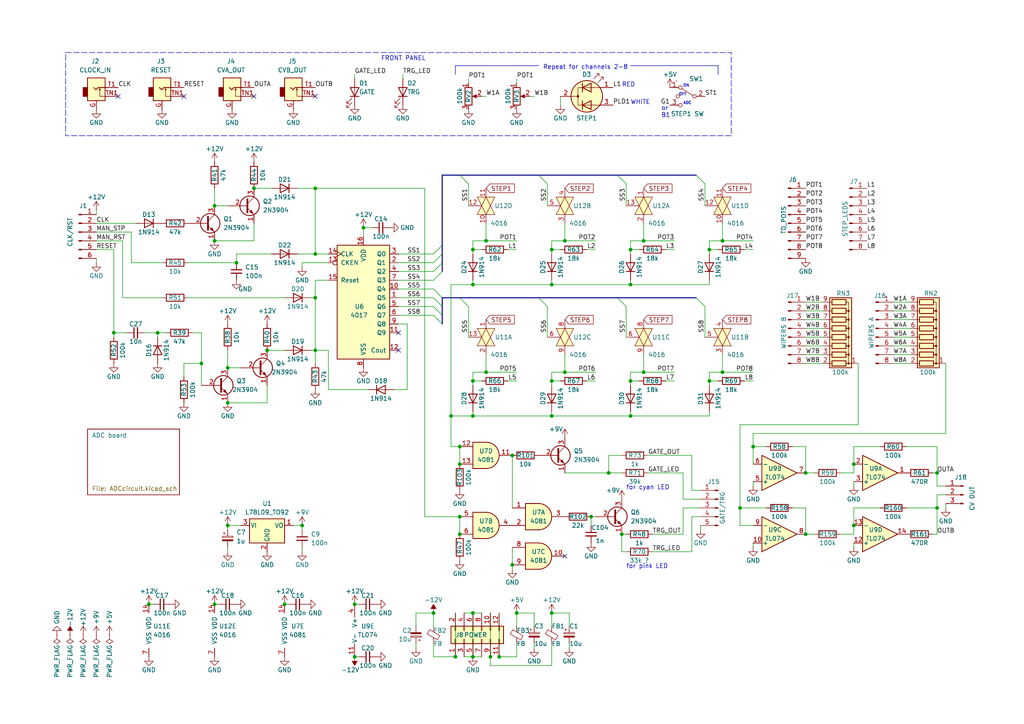
<source format=kicad_sch>
(kicad_sch (version 20230121) (generator eeschema)
  (paper "A4")
  (title_block (title "ADCequencer - based on Fonitronik VCPS8 ADC sequencer") (comment 2 "- 40106-based clock conditioner replaced by RC filter to base of Q6") (comment 3 "- revised CV out-of-range circuit - revised gate & trigger outputs at 9V") (comment 4 "Modified: - two parallel CV channels - freeze ADC by switch or gate input"))
  (junction (at 137.16 82.55))
  (junction (at 45.72 96.52))
  (junction (at 140.97 107.95))
  (junction (at 144.78 190.5))
  (junction (at 132.08 190.5))
  (junction (at 182.88 82.55))
  (junction (at 233.68 137.16))
  (junction (at 133.35 134.62))
  (junction (at 102.87 175.26))
  (junction (at 176.53 137.16))
  (junction (at 91.44 86.36))
  (junction (at 163.83 107.95))
  (junction (at 68.58 76.2))
  (junction (at 137.16 190.5))
  (junction (at 137.16 72.39))
  (junction (at 133.35 129.54))
  (junction (at 214.63 147.32))
  (junction (at 66.04 106.68))
  (junction (at 163.83 69.85))
  (junction (at 66.04 116.84))
  (junction (at 205.74 72.39))
  (junction (at 137.16 110.49))
  (junction (at 43.18 175.26))
  (junction (at 209.55 107.95))
  (junction (at 160.02 82.55))
  (junction (at 182.88 120.65))
  (junction (at 142.24 190.5))
  (junction (at 186.69 69.85))
  (junction (at 160.02 110.49))
  (junction (at 91.44 101.6))
  (junction (at 73.66 54.61))
  (junction (at 105.41 66.04))
  (junction (at 125.73 177.8))
  (junction (at 271.78 147.32))
  (junction (at 62.23 59.69))
  (junction (at 133.35 149.86))
  (junction (at 133.35 154.94))
  (junction (at 137.16 177.8))
  (junction (at 247.65 152.4))
  (junction (at 140.97 69.85))
  (junction (at 66.04 152.4))
  (junction (at 182.88 72.39))
  (junction (at 33.02 96.52))
  (junction (at 160.02 120.65))
  (junction (at 160.02 72.39))
  (junction (at 77.47 101.6))
  (junction (at 149.86 177.8))
  (junction (at 205.74 110.49))
  (junction (at 91.44 73.66))
  (junction (at 233.68 154.94))
  (junction (at 62.23 69.85))
  (junction (at 91.44 54.61))
  (junction (at 137.16 120.65))
  (junction (at 87.63 152.4))
  (junction (at 58.42 105.41))
  (junction (at 148.59 163.83))
  (junction (at 247.65 134.62))
  (junction (at 182.88 110.49))
  (junction (at 148.59 132.08))
  (junction (at 130.81 120.65))
  (junction (at 62.23 175.26))
  (junction (at 218.44 129.54))
  (junction (at 271.78 137.16))
  (junction (at 171.45 149.86))
  (junction (at 102.87 190.5))
  (junction (at 209.55 69.85))
  (junction (at 180.34 154.94))
  (junction (at 82.55 175.26))
  (junction (at 186.69 107.95))
  (junction (at 160.02 177.8))
  (no_connect (at 115.57 96.52))
  (no_connect (at 34.29 27.94))
  (no_connect (at 91.44 27.94))
  (no_connect (at 163.83 161.29))
  (no_connect (at 115.57 101.6))
  (no_connect (at 53.34 27.94))
  (no_connect (at 73.66 27.94))
  (bus_entry (at 133.35 50.8) (size 2.54 2.54))
  (bus_entry (at 156.21 86.36) (size 2.54 2.54))
  (bus_entry (at 179.07 86.36) (size 2.54 2.54))
  (bus_entry (at 156.21 50.8) (size 2.54 2.54))
  (bus_entry (at 179.07 50.8) (size 2.54 2.54))
  (bus_entry (at 128.27 88.9) (size -2.54 -2.54))
  (bus_entry (at 128.27 78.74) (size -2.54 2.54))
  (bus_entry (at 201.93 50.8) (size 2.54 2.54))
  (bus_entry (at 128.27 86.36) (size -2.54 -2.54))
  (bus_entry (at 128.27 71.12) (size -2.54 2.54))
  (bus_entry (at 128.27 73.66) (size -2.54 2.54))
  (bus_entry (at 128.27 91.44) (size -2.54 -2.54))
  (bus_entry (at 128.27 93.98) (size -2.54 -2.54))
  (bus_entry (at 128.27 76.2) (size -2.54 2.54))
  (bus_entry (at 201.93 86.36) (size 2.54 2.54))
  (bus_entry (at 133.35 86.36) (size 2.54 2.54))
  (wire (pts (xy 171.45 149.86) (xy 171.45 152.4)))
  (wire (pts (xy 91.44 86.36) (xy 91.44 81.28)))
  (wire (pts (xy 160.02 186.69) (xy 160.02 193.04)))
  (wire (pts (xy 214.63 147.32) (xy 214.63 152.4)))
  (wire (pts (xy 259.08 102.87) (xy 264.16 102.87)))
  (wire (pts (xy 238.76 102.87) (xy 233.68 102.87)))
  (wire (pts (xy 160.02 177.8) (xy 165.1 177.8)))
  (wire (pts (xy 233.68 137.16) (xy 236.22 137.16)))
  (wire (pts (xy 135.89 53.34) (xy 135.89 59.69)))
  (wire (pts (xy 149.86 190.5) (xy 144.78 190.5)))
  (wire (pts (xy 243.84 137.16) (xy 247.65 137.16)))
  (wire (pts (xy 233.68 87.63) (xy 238.76 87.63)))
  (wire (pts (xy 259.08 92.71) (xy 264.16 92.71)))
  (wire (pts (xy 149.86 177.8) (xy 149.86 181.61)))
  (wire (pts (xy 102.87 175.26) (xy 104.14 175.26)))
  (wire (pts (xy 160.02 177.8) (xy 160.02 181.61)))
  (wire (pts (xy 229.87 147.32) (xy 233.68 147.32)))
  (wire (pts (xy 243.84 154.94) (xy 247.65 154.94)))
  (wire (pts (xy 163.83 137.16) (xy 176.53 137.16)))
  (wire (pts (xy 259.08 87.63) (xy 264.16 87.63)))
  (wire (pts (xy 200.66 149.86) (xy 203.2 149.86)))
  (wire (pts (xy 182.88 110.49) (xy 182.88 111.76)))
  (wire (pts (xy 130.81 129.54) (xy 133.35 129.54)))
  (wire (pts (xy 53.34 105.41) (xy 58.42 105.41)))
  (wire (pts (xy 137.16 82.55) (xy 160.02 82.55)))
  (wire (pts (xy 90.17 86.36) (xy 91.44 86.36)))
  (wire (pts (xy 62.23 175.26) (xy 63.5 175.26)))
  (wire (pts (xy 271.78 129.54) (xy 271.78 137.16)))
  (wire (pts (xy 233.68 137.16) (xy 233.68 129.54)))
  (wire (pts (xy 27.94 69.85) (xy 35.56 69.85)))
  (wire (pts (xy 137.16 120.65) (xy 160.02 120.65)))
  (wire (pts (xy 160.02 81.28) (xy 160.02 82.55)))
  (wire (pts (xy 73.66 64.77) (xy 73.66 69.85)))
  (wire (pts (xy 205.74 72.39) (xy 205.74 69.85)))
  (wire (pts (xy 248.92 123.19) (xy 214.63 123.19)))
  (wire (pts (xy 218.44 125.73) (xy 274.32 125.73)))
  (wire (pts (xy 77.47 111.76) (xy 77.47 116.84)))
  (wire (pts (xy 137.16 119.38) (xy 137.16 120.65)))
  (wire (pts (xy 149.86 72.39) (xy 147.32 72.39)))
  (wire (pts (xy 77.47 116.84) (xy 66.04 116.84)))
  (wire (pts (xy 58.42 96.52) (xy 58.42 105.41)))
  (wire (pts (xy 116.84 21.59) (xy 116.84 22.86)))
  (wire (pts (xy 125.73 177.8) (xy 125.73 181.61)))
  (wire (pts (xy 144.78 177.8) (xy 144.78 190.5)))
  (wire (pts (xy 176.53 132.08) (xy 176.53 137.16)))
  (wire (pts (xy 186.69 64.77) (xy 186.69 69.85)))
  (wire (pts (xy 130.81 120.65) (xy 130.81 129.54)))
  (wire (pts (xy 274.32 105.41) (xy 274.32 125.73)))
  (wire (pts (xy 186.69 107.95) (xy 182.88 107.95)))
  (wire (pts (xy 137.16 72.39) (xy 139.7 72.39)))
  (wire (pts (xy 91.44 86.36) (xy 91.44 101.6)))
  (wire (pts (xy 248.92 105.41) (xy 248.92 123.19)))
  (wire (pts (xy 148.59 132.08) (xy 148.59 147.32)))
  (wire (pts (xy 139.7 27.94) (xy 140.97 27.94)))
  (wire (pts (xy 182.88 119.38) (xy 182.88 120.65)))
  (wire (pts (xy 205.74 81.28) (xy 205.74 82.55)))
  (wire (pts (xy 133.35 149.86) (xy 133.35 154.94)))
  (wire (pts (xy 125.73 190.5) (xy 132.08 190.5)))
  (wire (pts (xy 66.04 152.4) (xy 69.85 152.4)))
  (bus (pts (xy 156.21 86.36) (xy 179.07 86.36)))
  (wire (pts (xy 77.47 101.6) (xy 82.55 101.6)))
  (wire (pts (xy 160.02 111.76) (xy 160.02 110.49)))
  (wire (pts (xy 38.1 67.31) (xy 38.1 76.2)))
  (wire (pts (xy 271.78 143.51) (xy 274.32 143.51)))
  (wire (pts (xy 205.74 110.49) (xy 208.28 110.49)))
  (wire (pts (xy 86.36 73.66) (xy 91.44 73.66)))
  (wire (pts (xy 181.61 53.34) (xy 181.61 59.69)))
  (wire (pts (xy 214.63 123.19) (xy 214.63 147.32)))
  (wire (pts (xy 271.78 137.16) (xy 271.78 140.97)))
  (wire (pts (xy 140.97 64.77) (xy 140.97 69.85)))
  (wire (pts (xy 233.68 95.25) (xy 238.76 95.25)))
  (wire (pts (xy 247.65 154.94) (xy 247.65 152.4)))
  (wire (pts (xy 142.24 193.04) (xy 142.24 190.5)))
  (bus (pts (xy 128.27 88.9) (xy 128.27 91.44)))
  (wire (pts (xy 186.69 107.95) (xy 195.58 107.95)))
  (wire (pts (xy 33.02 72.39) (xy 33.02 96.52)))
  (wire (pts (xy 91.44 81.28) (xy 95.25 81.28)))
  (wire (pts (xy 218.44 110.49) (xy 215.9 110.49)))
  (wire (pts (xy 43.18 175.26) (xy 44.45 175.26)))
  (wire (pts (xy 181.61 88.9) (xy 181.61 97.79)))
  (wire (pts (xy 137.16 72.39) (xy 137.16 73.66)))
  (wire (pts (xy 148.59 158.75) (xy 148.59 163.83)))
  (wire (pts (xy 53.34 109.22) (xy 53.34 105.41)))
  (wire (pts (xy 218.44 157.48) (xy 218.44 158.75)))
  (wire (pts (xy 182.88 120.65) (xy 205.74 120.65)))
  (wire (pts (xy 247.65 139.7) (xy 247.65 140.97)))
  (wire (pts (xy 271.78 147.32) (xy 271.78 143.51)))
  (wire (pts (xy 209.55 107.95) (xy 205.74 107.95)))
  (wire (pts (xy 218.44 129.54) (xy 218.44 125.73)))
  (wire (pts (xy 27.94 76.2) (xy 27.94 74.93)))
  (bus (pts (xy 128.27 86.36) (xy 133.35 86.36)))
  (wire (pts (xy 54.61 76.2) (xy 68.58 76.2)))
  (wire (pts (xy 262.89 147.32) (xy 271.78 147.32)))
  (wire (pts (xy 204.47 53.34) (xy 204.47 59.69)))
  (wire (pts (xy 123.19 54.61) (xy 123.19 149.86)))
  (wire (pts (xy 195.58 110.49) (xy 193.04 110.49)))
  (wire (pts (xy 200.66 160.02) (xy 200.66 149.86)))
  (wire (pts (xy 86.36 54.61) (xy 91.44 54.61)))
  (wire (pts (xy 33.02 96.52) (xy 36.83 96.52)))
  (wire (pts (xy 115.57 88.9) (xy 125.73 88.9)))
  (wire (pts (xy 262.89 129.54) (xy 271.78 129.54)))
  (wire (pts (xy 105.41 66.04) (xy 105.41 68.58)))
  (wire (pts (xy 180.34 154.94) (xy 180.34 160.02)))
  (wire (pts (xy 102.87 21.59) (xy 102.87 22.86)))
  (wire (pts (xy 214.63 152.4) (xy 218.44 152.4)))
  (polyline (pts (xy 132.08 19.05) (xy 132.08 21.59)))
  (wire (pts (xy 142.24 177.8) (xy 142.24 190.5)))
  (wire (pts (xy 91.44 54.61) (xy 91.44 73.66)))
  (wire (pts (xy 54.61 86.36) (xy 82.55 86.36)))
  (wire (pts (xy 165.1 177.8) (xy 165.1 181.61)))
  (wire (pts (xy 205.74 119.38) (xy 205.74 120.65)))
  (wire (pts (xy 180.34 132.08) (xy 176.53 132.08)))
  (wire (pts (xy 115.57 86.36) (xy 125.73 86.36)))
  (wire (pts (xy 209.55 102.87) (xy 209.55 107.95)))
  (wire (pts (xy 153.67 27.94) (xy 154.94 27.94)))
  (wire (pts (xy 115.57 76.2) (xy 125.73 76.2)))
  (wire (pts (xy 137.16 110.49) (xy 139.7 110.49)))
  (wire (pts (xy 120.65 177.8) (xy 125.73 177.8)))
  (wire (pts (xy 115.57 83.82) (xy 125.73 83.82)))
  (wire (pts (xy 137.16 177.8) (xy 139.7 177.8)))
  (wire (pts (xy 171.45 149.86) (xy 172.72 149.86)))
  (wire (pts (xy 45.72 97.79) (xy 45.72 96.52)))
  (wire (pts (xy 140.97 69.85) (xy 137.16 69.85)))
  (bus (pts (xy 128.27 76.2) (xy 128.27 73.66)))
  (wire (pts (xy 189.23 154.94) (xy 198.12 154.94)))
  (wire (pts (xy 137.16 111.76) (xy 137.16 110.49)))
  (wire (pts (xy 27.94 72.39) (xy 33.02 72.39)))
  (wire (pts (xy 95.25 101.6) (xy 91.44 101.6)))
  (wire (pts (xy 205.74 72.39) (xy 208.28 72.39)))
  (wire (pts (xy 162.56 30.48) (xy 162.56 27.94)))
  (polyline (pts (xy 182.88 19.05) (xy 208.28 19.05)))
  (bus (pts (xy 128.27 78.74) (xy 128.27 76.2)))
  (wire (pts (xy 90.17 101.6) (xy 91.44 101.6)))
  (wire (pts (xy 218.44 129.54) (xy 222.25 129.54)))
  (wire (pts (xy 38.1 76.2) (xy 46.99 76.2)))
  (wire (pts (xy 158.75 88.9) (xy 158.75 97.79)))
  (bus (pts (xy 179.07 86.36) (xy 201.93 86.36)))
  (wire (pts (xy 133.35 129.54) (xy 133.35 134.62)))
  (wire (pts (xy 259.08 105.41) (xy 264.16 105.41)))
  (wire (pts (xy 132.08 177.8) (xy 132.08 190.5)))
  (wire (pts (xy 182.88 81.28) (xy 182.88 82.55)))
  (wire (pts (xy 41.91 96.52) (xy 45.72 96.52)))
  (wire (pts (xy 160.02 119.38) (xy 160.02 120.65)))
  (bus (pts (xy 128.27 86.36) (xy 128.27 88.9)))
  (wire (pts (xy 205.74 111.76) (xy 205.74 110.49)))
  (polyline (pts (xy 156.21 19.05) (xy 132.08 19.05)))
  (wire (pts (xy 187.96 137.16) (xy 198.12 137.16)))
  (wire (pts (xy 233.68 154.94) (xy 236.22 154.94)))
  (wire (pts (xy 229.87 129.54) (xy 233.68 129.54)))
  (wire (pts (xy 114.3 113.03) (xy 118.11 113.03)))
  (wire (pts (xy 137.16 82.55) (xy 130.81 82.55)))
  (wire (pts (xy 163.83 69.85) (xy 160.02 69.85)))
  (wire (pts (xy 200.66 142.24) (xy 203.2 142.24)))
  (wire (pts (xy 163.83 102.87) (xy 163.83 107.95)))
  (wire (pts (xy 205.74 73.66) (xy 205.74 72.39)))
  (wire (pts (xy 66.04 106.68) (xy 69.85 106.68)))
  (wire (pts (xy 255.27 129.54) (xy 247.65 129.54)))
  (wire (pts (xy 198.12 144.78) (xy 203.2 144.78)))
  (wire (pts (xy 259.08 97.79) (xy 264.16 97.79)))
  (wire (pts (xy 66.04 153.67) (xy 66.04 152.4)))
  (bus (pts (xy 156.21 50.8) (xy 179.07 50.8)))
  (wire (pts (xy 140.97 107.95) (xy 149.86 107.95)))
  (wire (pts (xy 214.63 147.32) (xy 222.25 147.32)))
  (wire (pts (xy 209.55 107.95) (xy 218.44 107.95)))
  (wire (pts (xy 91.44 101.6) (xy 91.44 105.41)))
  (bus (pts (xy 128.27 71.12) (xy 128.27 50.8)))
  (wire (pts (xy 35.56 86.36) (xy 46.99 86.36)))
  (wire (pts (xy 180.34 154.94) (xy 181.61 154.94)))
  (wire (pts (xy 115.57 78.74) (xy 125.73 78.74)))
  (wire (pts (xy 149.86 22.86) (xy 149.86 24.13)))
  (bus (pts (xy 128.27 91.44) (xy 128.27 93.98)))
  (wire (pts (xy 247.65 137.16) (xy 247.65 134.62)))
  (wire (pts (xy 120.65 177.8) (xy 120.65 181.61)))
  (wire (pts (xy 33.02 97.79) (xy 33.02 96.52)))
  (wire (pts (xy 274.32 146.05) (xy 274.32 147.32)))
  (wire (pts (xy 91.44 54.61) (xy 123.19 54.61)))
  (wire (pts (xy 130.81 82.55) (xy 130.81 120.65)))
  (wire (pts (xy 154.94 177.8) (xy 154.94 181.61)))
  (wire (pts (xy 137.16 81.28) (xy 137.16 82.55)))
  (wire (pts (xy 135.89 88.9) (xy 135.89 97.79)))
  (wire (pts (xy 163.83 69.85) (xy 172.72 69.85)))
  (wire (pts (xy 172.72 72.39) (xy 170.18 72.39)))
  (wire (pts (xy 193.04 72.39) (xy 195.58 72.39)))
  (wire (pts (xy 82.55 175.26) (xy 83.82 175.26)))
  (wire (pts (xy 203.2 152.4) (xy 203.2 153.67)))
  (wire (pts (xy 187.96 132.08) (xy 200.66 132.08)))
  (wire (pts (xy 45.72 96.52) (xy 48.26 96.52)))
  (wire (pts (xy 182.88 110.49) (xy 185.42 110.49)))
  (wire (pts (xy 271.78 140.97) (xy 274.32 140.97)))
  (wire (pts (xy 137.16 190.5) (xy 139.7 190.5)))
  (bus (pts (xy 128.27 50.8) (xy 133.35 50.8)))
  (wire (pts (xy 137.16 177.8) (xy 137.16 190.5)))
  (wire (pts (xy 238.76 105.41) (xy 233.68 105.41)))
  (wire (pts (xy 160.02 107.95) (xy 160.02 110.49)))
  (wire (pts (xy 198.12 147.32) (xy 203.2 147.32)))
  (wire (pts (xy 186.69 69.85) (xy 182.88 69.85)))
  (wire (pts (xy 87.63 158.75) (xy 87.63 160.02)))
  (wire (pts (xy 115.57 81.28) (xy 125.73 81.28)))
  (bus (pts (xy 128.27 73.66) (xy 128.27 71.12)))
  (wire (pts (xy 209.55 69.85) (xy 205.74 69.85)))
  (wire (pts (xy 247.65 157.48) (xy 247.65 158.75)))
  (wire (pts (xy 233.68 154.94) (xy 233.68 147.32)))
  (wire (pts (xy 189.23 160.02) (xy 200.66 160.02)))
  (wire (pts (xy 27.94 64.77) (xy 39.37 64.77)))
  (wire (pts (xy 137.16 107.95) (xy 137.16 110.49)))
  (wire (pts (xy 160.02 82.55) (xy 182.88 82.55)))
  (wire (pts (xy 172.72 110.49) (xy 170.18 110.49)))
  (wire (pts (xy 105.41 66.04) (xy 107.95 66.04)))
  (bus (pts (xy 133.35 86.36) (xy 156.21 86.36)))
  (wire (pts (xy 182.88 72.39) (xy 185.42 72.39)))
  (wire (pts (xy 271.78 137.16) (xy 270.51 137.16)))
  (wire (pts (xy 186.69 69.85) (xy 195.58 69.85)))
  (wire (pts (xy 259.08 100.33) (xy 264.16 100.33)))
  (wire (pts (xy 180.34 160.02) (xy 181.61 160.02)))
  (wire (pts (xy 163.83 64.77) (xy 163.83 69.85)))
  (wire (pts (xy 73.66 54.61) (xy 78.74 54.61)))
  (wire (pts (xy 209.55 69.85) (xy 218.44 69.85)))
  (wire (pts (xy 233.68 92.71) (xy 238.76 92.71)))
  (wire (pts (xy 198.12 137.16) (xy 198.12 144.78)))
  (wire (pts (xy 91.44 73.66) (xy 95.25 73.66)))
  (wire (pts (xy 247.65 129.54) (xy 247.65 134.62)))
  (wire (pts (xy 68.58 73.66) (xy 78.74 73.66)))
  (wire (pts (xy 176.53 137.16) (xy 180.34 137.16)))
  (polyline (pts (xy 208.28 19.05) (xy 208.28 21.59)))
  (wire (pts (xy 66.04 101.6) (xy 66.04 106.68)))
  (wire (pts (xy 73.66 69.85) (xy 62.23 69.85)))
  (wire (pts (xy 68.58 73.66) (xy 68.58 76.2)))
  (wire (pts (xy 95.25 113.03) (xy 106.68 113.03)))
  (wire (pts (xy 247.65 147.32) (xy 247.65 152.4)))
  (wire (pts (xy 149.86 186.69) (xy 149.86 190.5)))
  (wire (pts (xy 154.94 186.69) (xy 154.94 187.96)))
  (wire (pts (xy 137.16 107.95) (xy 140.97 107.95)))
  (wire (pts (xy 62.23 59.69) (xy 66.04 59.69)))
  (wire (pts (xy 259.08 95.25) (xy 264.16 95.25)))
  (wire (pts (xy 87.63 153.67) (xy 87.63 152.4)))
  (wire (pts (xy 130.81 120.65) (xy 137.16 120.65)))
  (wire (pts (xy 182.88 82.55) (xy 205.74 82.55)))
  (wire (pts (xy 58.42 105.41) (xy 58.42 111.76)))
  (wire (pts (xy 87.63 76.2) (xy 87.63 77.47)))
  (wire (pts (xy 182.88 110.49) (xy 182.88 107.95)))
  (wire (pts (xy 27.94 67.31) (xy 38.1 67.31)))
  (wire (pts (xy 102.87 190.5) (xy 104.14 190.5)))
  (wire (pts (xy 200.66 132.08) (xy 200.66 142.24)))
  (wire (pts (xy 209.55 64.77) (xy 209.55 69.85)))
  (wire (pts (xy 165.1 186.69) (xy 165.1 187.96)))
  (wire (pts (xy 160.02 73.66) (xy 160.02 72.39)))
  (wire (pts (xy 158.75 53.34) (xy 158.75 59.69)))
  (wire (pts (xy 160.02 107.95) (xy 163.83 107.95)))
  (wire (pts (xy 35.56 69.85) (xy 35.56 86.36)))
  (wire (pts (xy 160.02 72.39) (xy 162.56 72.39)))
  (wire (pts (xy 163.83 107.95) (xy 172.72 107.95)))
  (wire (pts (xy 66.04 158.75) (xy 66.04 160.02)))
  (wire (pts (xy 149.86 110.49) (xy 147.32 110.49)))
  (bus (pts (xy 179.07 50.8) (xy 201.93 50.8)))
  (wire (pts (xy 218.44 139.7) (xy 218.44 140.97)))
  (wire (pts (xy 238.76 97.79) (xy 233.68 97.79)))
  (wire (pts (xy 115.57 93.98) (xy 118.11 93.98)))
  (wire (pts (xy 55.88 96.52) (xy 58.42 96.52)))
  (wire (pts (xy 205.74 107.95) (xy 205.74 110.49)))
  (wire (pts (xy 218.44 129.54) (xy 218.44 134.62)))
  (wire (pts (xy 198.12 154.94) (xy 198.12 147.32)))
  (wire (pts (xy 140.97 69.85) (xy 149.86 69.85)))
  (wire (pts (xy 95.25 101.6) (xy 95.25 113.03)))
  (wire (pts (xy 271.78 147.32) (xy 271.78 154.94)))
  (wire (pts (xy 160.02 193.04) (xy 142.24 193.04)))
  (wire (pts (xy 233.68 90.17) (xy 238.76 90.17)))
  (wire (pts (xy 125.73 186.69) (xy 125.73 190.5)))
  (wire (pts (xy 123.19 149.86) (xy 133.35 149.86)))
  (wire (pts (xy 182.88 73.66) (xy 182.88 72.39)))
  (wire (pts (xy 62.23 54.61) (xy 62.23 59.69)))
  (wire (pts (xy 218.44 72.39) (xy 215.9 72.39)))
  (wire (pts (xy 87.63 76.2) (xy 95.25 76.2)))
  (wire (pts (xy 85.09 152.4) (xy 87.63 152.4)))
  (wire (pts (xy 186.69 102.87) (xy 186.69 107.95)))
  (bus (pts (xy 133.35 50.8) (xy 156.21 50.8)))
  (wire (pts (xy 118.11 93.98) (xy 118.11 113.03)))
  (wire (pts (xy 160.02 72.39) (xy 160.02 69.85)))
  (wire (pts (xy 120.65 186.69) (xy 120.65 187.96)))
  (wire (pts (xy 115.57 91.44) (xy 125.73 91.44)))
  (wire (pts (xy 134.62 190.5) (xy 137.16 190.5)))
  (wire (pts (xy 140.97 102.87) (xy 140.97 107.95)))
  (wire (pts (xy 259.08 90.17) (xy 264.16 90.17)))
  (wire (pts (xy 148.59 163.83) (xy 148.59 165.1)))
  (wire (pts (xy 137.16 69.85) (xy 137.16 72.39)))
  (wire (pts (xy 204.47 88.9) (xy 204.47 97.79)))
  (wire (pts (xy 271.78 154.94) (xy 270.51 154.94)))
  (wire (pts (xy 238.76 100.33) (xy 233.68 100.33)))
  (wire (pts (xy 255.27 147.32) (xy 247.65 147.32)))
  (wire (pts (xy 134.62 177.8) (xy 137.16 177.8)))
  (wire (pts (xy 135.89 22.86) (xy 135.89 24.13)))
  (wire (pts (xy 27.94 60.96) (xy 27.94 62.23)))
  (wire (pts (xy 160.02 110.49) (xy 162.56 110.49)))
  (wire (pts (xy 160.02 120.65) (xy 182.88 120.65)))
  (wire (pts (xy 182.88 69.85) (xy 182.88 72.39)))
  (wire (pts (xy 149.86 177.8) (xy 154.94 177.8)))
  (wire (pts (xy 115.57 73.66) (xy 125.73 73.66)))
  (rectangle (start 19.05 15.24) (end 212.09 39.37) (stroke (width 0) (type dash)))
  (text "WHITE" (at 182.88 30.48 0) (effects (font (size 1.27 1.27)) (justify left bottom)))
  (text "Repeat for channels 2-8" (at 157.48 20.32 0) (effects (font (size 1.27 1.27)) (justify left bottom)))
  (text "or\nB1" (at 191.77 34.29 0) (effects (font (size 1.27 1.27)) (justify left bottom)))
  (text "RED" (at 180.34 25.4 0) (effects (font (size 1.27 1.27)) (justify left bottom)))
  (text "FRONT PANEL" (at 110.49 17.78 0) (effects (font (size 1.27 1.27)) (justify left bottom)))
  (text "OFF" (at 196.85 27.94 0) (effects (font (size 0.8 0.8)) (justify left bottom)))
  (text "for pink LED" (at 181.61 165.1 0) (effects (font (size 1.27 1.27)) (justify left bottom)))
  (text "for cyan LED" (at 181.61 142.24 0) (effects (font (size 1.27 1.27)) (justify left bottom)))
  (text "ADC" (at 198.12 30.48 0) (effects (font (size 0.8 0.8)) (justify left bottom)))
  (text "ON" (at 198.12 25.4 0) (effects (font (size 0.8 0.8)) (justify left bottom)))
  (label "POT8" (at 218.44 107.95 180))
  (label "W7A" (at 259.08 102.87 0))
  (label "POT1" (at 149.86 22.86 0))
  (label "SS2" (at 158.75 58.42 90))
  (label "POT7" (at 195.58 107.95 180))
  (label "L8" (at 218.44 110.49 180))
  (label "MAN_STP" (at 27.94 67.31 0))
  (label "L4" (at 218.44 72.39 180))
  (label "SS7" (at 118.11 88.9 0))
  (label "RESET" (at 53.34 25.4 0))
  (label "SS4" (at 204.47 58.42 90))
  (label "W6A" (at 259.08 100.33 0))
  (label "POT1" (at 135.89 22.86 0))
  (label "L2" (at 251.46 57.15 0))
  (label "W7B" (at 233.68 102.87 0))
  (label "L7" (at 251.46 69.85 0))
  (label "OUTA" (at 271.78 137.16 0))
  (label "L1" (at 149.86 72.39 180))
  (label "L3" (at 251.46 59.69 0))
  (label "CLK" (at 27.94 64.77 0))
  (label "SS7" (at 181.61 92.71 270))
  (label "W8A" (at 259.08 105.41 0))
  (label "SS8" (at 204.47 92.71 270))
  (label "PLD1" (at 177.8 30.48 0))
  (label "W8B" (at 233.68 105.41 0))
  (label "W3B" (at 233.68 92.71 0))
  (label "L6" (at 172.72 110.49 180))
  (label "SS2" (at 118.11 76.2 0))
  (label "W4A" (at 259.08 95.25 0))
  (label "TRG_OUT" (at 189.23 154.94 0))
  (label "POT5" (at 233.68 64.77 0))
  (label "L4" (at 251.46 62.23 0))
  (label "W5B" (at 233.68 97.79 0))
  (label "L1" (at 177.8 25.4 0))
  (label "POT3" (at 195.58 69.85 180))
  (label "OUTB" (at 271.78 154.94 0))
  (label "GATE_OUT" (at 187.96 132.08 0))
  (label "SS5" (at 118.11 83.82 0))
  (label "MAN_RST" (at 27.94 69.85 0))
  (label "SS1" (at 118.11 73.66 0))
  (label "L3" (at 195.58 72.39 180))
  (label "POT2" (at 233.68 57.15 0))
  (label "POT8" (at 233.68 72.39 0))
  (label "OUTA" (at 73.66 25.4 0))
  (label "RESET" (at 27.94 72.39 0))
  (label "W1B" (at 154.94 27.94 0))
  (label "CLK" (at 34.29 25.4 0))
  (label "W3A" (at 259.08 92.71 0))
  (label "W1A" (at 140.97 27.94 0))
  (label "W1B" (at 233.68 87.63 0))
  (label "L5" (at 251.46 64.77 0))
  (label "TRG_LED" (at 189.23 160.02 0))
  (label "W4B" (at 233.68 95.25 0))
  (label "SS6" (at 118.11 86.36 0))
  (label "W2A" (at 259.08 90.17 0))
  (label "POT1" (at 149.86 69.85 180))
  (label "G1" (at 194.31 30.48 180))
  (label "GATE_LED" (at 102.87 21.59 0))
  (label "ST1" (at 204.47 27.94 0))
  (label "POT6" (at 233.68 67.31 0))
  (label "SS8" (at 118.11 91.44 0))
  (label "L2" (at 172.72 72.39 180))
  (label "POT7" (at 233.68 69.85 0))
  (label "W5A" (at 259.08 97.79 0))
  (label "POT4" (at 218.44 69.85 180))
  (label "POT6" (at 172.72 107.95 180))
  (label "POT4" (at 233.68 62.23 0))
  (label "POT1" (at 233.68 54.61 0))
  (label "SS5" (at 135.89 92.71 270))
  (label "SS3" (at 181.61 58.42 90))
  (label "W2B" (at 233.68 90.17 0))
  (label "SS4" (at 118.11 81.28 0))
  (label "POT5" (at 149.86 107.95 180))
  (label "TRG_LED" (at 116.84 21.59 0))
  (label "L6" (at 251.46 67.31 0))
  (label "SS3" (at 118.11 78.74 0))
  (label "POT3" (at 233.68 59.69 0))
  (label "W6B" (at 233.68 100.33 0))
  (label "POT2" (at 172.72 69.85 180))
  (label "L8" (at 251.46 72.39 0))
  (label "GATE_LED" (at 187.96 137.16 0))
  (label "OUTB" (at 91.44 25.4 0))
  (label "W1A" (at 259.08 87.63 0))
  (label "L5" (at 149.86 110.49 180))
  (label "L7" (at 195.58 110.49 180))
  (label "SS1" (at 135.89 58.42 90))
  (label "SS6" (at 158.75 92.71 270))
  (label "L1" (at 251.46 54.61 0))
  (global_label "STEP1" (shape input) (at 140.97 54.61 0) (property "Intersheetrefs" "${INTERSHEET_REFS}" (effects hide)))
  (global_label "STEP5" (shape input) (at 140.97 92.71 0) (property "Intersheetrefs" "${INTERSHEET_REFS}" (effects hide)))
  (global_label "STEP2" (shape input) (at 163.83 54.61 0) (property "Intersheetrefs" "${INTERSHEET_REFS}" (effects hide)))
  (global_label "STEP8" (shape input) (at 209.55 92.71 0) (property "Intersheetrefs" "${INTERSHEET_REFS}" (effects hide)))
  (global_label "STEP3" (shape input) (at 186.69 54.61 0) (property "Intersheetrefs" "${INTERSHEET_REFS}" (effects hide)))
  (global_label "STEP4" (shape input) (at 209.55 54.61 0) (property "Intersheetrefs" "${INTERSHEET_REFS}" (effects hide)))
  (global_label "STEP7" (shape input) (at 186.69 92.71 0) (property "Intersheetrefs" "${INTERSHEET_REFS}" (effects hide)))
  (global_label "STEP6" (shape input) (at 163.83 92.71 0) (property "Intersheetrefs" "${INTERSHEET_REFS}" (effects hide)))
  (symbol (lib_id "Diode:1N914") (at 110.49 113.03 0) (unit 1)
    (property "Reference" "D18" (at 110.49 110.49 0))
    (property "Value" "1N914" (at 110.49 115.57 0))
    (property "Footprint" "CGE_footprints:D_DO-35_SOD27_P7.62mm_Horizontal" (effects hide))
    (property "Datasheet" "http://www.vishay.com/docs/85622/1n914.pdf" (effects hide))
    (property "Sim.Device" "D" (effects hide))
    (property "Sim.Pins" "1=K 2=A" (effects hide))
  )
  (symbol (lib_id "Amplifier_Operational:TL074") (at 255.27 154.94 0) (mirror x) (unit 4)
    (property "Reference" "U9" (at 254 153.67 0))
    (property "Value" "TL074" (at 254 156.21 0))
    (property "Footprint" "Package_DIP:DIP-14_W7.62mm_Socket" (effects hide))
    (property "Datasheet" "http://www.ti.com/lit/ds/symlink/tl071.pdf" (effects hide))
  )
  (symbol (lib_id "Device:C_Small") (at 86.36 175.26 90) (unit 1)
    (property "Reference" "C16" (at 86.36 172.72 90))
    (property "Value" "100n" (at 86.36 177.8 90))
    (property "Footprint" "CGE_footprints:C_Disc_D4.3mm_W1.9mm_P5.00mm" (effects hide))
  )
  (symbol (lib_id "power:+12V") (at 160.02 177.8 0) (unit 1)
    (property "Reference" "#PWR0106" (effects hide))
    (property "Value" "+12V" (at 160.02 173.99 0))
  )
  (symbol (lib_id "power:+12V") (at 24.13 184.15 0) (unit 1)
    (property "Reference" "#PWR061" (effects hide))
    (property "Value" "+12V" (at 24.13 179.07 90))
  )
  (symbol (lib_id "Device:C_Small") (at 46.99 175.26 90) (unit 1)
    (property "Reference" "C17" (at 46.99 172.72 90))
    (property "Value" "100n" (at 46.99 177.8 90))
    (property "Footprint" "CGE_footprints:C_Disc_D4.3mm_W1.9mm_P5.00mm" (effects hide))
  )
  (symbol (lib_id "power:GND") (at 233.68 74.93 0) (unit 1)
    (property "Reference" "#PWR094" (effects hide))
    (property "Value" "GND" (at 233.68 78.74 0))
  )
  (symbol (lib_id "Diode:1N914") (at 182.88 77.47 270) (mirror x) (unit 1)
    (property "Reference" "D26" (at 180.34 77.47 0))
    (property "Value" "1N914" (at 185.42 77.47 0))
    (property "Footprint" "CGE_footprints:D_DO-35_SOD27_P2.54mm_Vertical_KathodeUp" (effects hide))
    (property "Datasheet" "http://www.vishay.com/docs/85622/1n914.pdf" (effects hide))
    (property "Sim.Device" "D" (effects hide))
    (property "Sim.Pins" "1=K 2=A" (effects hide))
  )
  (symbol (lib_id "CGE_symbols:AudioJack_Ground_Switch") (at 68.58 25.4 0) (unit 1)
    (property "Reference" "J4" (at 66.9925 17.78 0))
    (property "Value" "CVA_OUT" (at 66.9925 20.32 0))
  )
  (symbol (lib_id "power:+12V") (at 62.23 46.99 0) (unit 1)
    (property "Reference" "#PWR03" (effects hide))
    (property "Value" "+12V" (at 62.23 43.18 0))
  )
  (symbol (lib_id "power:GND") (at 109.22 175.26 90) (unit 1)
    (property "Reference" "#PWR0113" (effects hide))
    (property "Value" "GND" (at 111.76 177.8 90))
  )
  (symbol (lib_id "Device:R") (at 166.37 110.49 270) (mirror x) (unit 1)
    (property "Reference" "R67" (at 166.37 110.49 90))
    (property "Value" "18k" (at 166.37 113.03 90))
    (property "Footprint" "Resistor_THT:R_Axial_DIN0204_L3.6mm_D1.6mm_P2.54mm_Vertical" (effects hide))
  )
  (symbol (lib_id "power:+5V") (at 194.31 25.4 0) (unit 1)
    (property "Reference" "#PWR091" (effects hide))
    (property "Value" "+5V" (at 194.31 21.59 0))
  )
  (symbol (lib_id "power:+12V") (at 82.55 175.26 0) (unit 1)
    (property "Reference" "#PWR069" (effects hide))
    (property "Value" "+12V" (at 82.55 171.45 0))
  )
  (symbol (lib_id "Device:C_Polarized_Small") (at 165.1 184.15 0) (unit 1)
    (property "Reference" "C1" (at 165.1 181.61 0) (effects (justify left)))
    (property "Value" "10u" (at 165.1 186.69 0) (effects (justify left)))
    (property "Footprint" "Capacitor_THT:CP_Radial_D5.0mm_P2.50mm" (effects hide))
  )
  (symbol (lib_id "Device:R") (at 50.8 86.36 90) (unit 1)
    (property "Reference" "R51" (at 50.8 86.36 90))
    (property "Value" "10k" (at 50.8 88.9 90))
    (property "Footprint" "CGE_footprints:R_Axial_DIN0204_L3.6mm_D1.6mm_P7.62mm_Horizontal" (effects hide))
  )
  (symbol (lib_id "power:PWR_FLAG") (at 27.94 184.15 0) (mirror x) (unit 1)
    (property "Reference" "#FLG04" (effects hide))
    (property "Value" "PWR_FLAG" (at 27.94 191.77 90))
  )
  (symbol (lib_id "power:+12V") (at 102.87 175.26 0) (unit 1)
    (property "Reference" "#PWR070" (effects hide))
    (property "Value" "+12V" (at 102.87 171.45 0))
  )
  (symbol (lib_id "power:GND") (at 62.23 190.5 0) (unit 1)
    (property "Reference" "#PWR033" (effects hide))
    (property "Value" "GND" (at 62.23 194.31 0))
  )
  (symbol (lib_id "power:GND") (at 113.03 66.04 90) (unit 1)
    (property "Reference" "#PWR015" (effects hide))
    (property "Value" "GND" (at 118.11 66.04 90))
  )
  (symbol (lib_id "power:+12V") (at 105.41 66.04 0) (unit 1)
    (property "Reference" "#PWR052" (effects hide))
    (property "Value" "+12V" (at 105.41 62.23 0))
  )
  (symbol (lib_id "Diode:1N914") (at 82.55 54.61 0) (mirror y) (unit 1)
    (property "Reference" "D21" (at 82.55 52.07 0))
    (property "Value" "1N914" (at 82.55 57.15 0))
    (property "Footprint" "CGE_footprints:D_DO-35_SOD27_P7.62mm_Horizontal" (effects hide))
    (property "Datasheet" "http://www.vishay.com/docs/85622/1n914.pdf" (effects hide))
    (property "Sim.Device" "D" (effects hide))
    (property "Sim.Pins" "1=K 2=A" (effects hide))
  )
  (symbol (lib_id "Device:R") (at 152.4 132.08 90) (unit 1)
    (property "Reference" "R101" (at 152.4 132.08 90))
    (property "Value" "10k" (at 152.4 134.62 90))
    (property "Footprint" "CGE_footprints:R_Axial_DIN0204_L3.6mm_D1.6mm_P7.62mm_Horizontal" (effects hide))
  )
  (symbol (lib_id "power:PWR_FLAG") (at 24.13 184.15 0) (mirror x) (unit 1)
    (property "Reference" "#FLG03" (effects hide))
    (property "Value" "PWR_FLAG" (at 24.13 191.77 90))
  )
  (symbol (lib_id "Device:R") (at 266.7 154.94 90) (unit 1)
    (property "Reference" "R161" (at 266.7 154.94 90))
    (property "Value" "470R" (at 266.7 157.48 90))
    (property "Footprint" "CGE_footprints:R_Axial_DIN0204_L3.6mm_D1.6mm_P7.62mm_Horizontal" (effects hide))
  )
  (symbol (lib_id "power:GND") (at 171.45 157.48 0) (unit 1)
    (property "Reference" "#PWR095" (effects hide))
    (property "Value" "GND" (at 171.45 161.29 0))
  )
  (symbol (lib_id "Diode:1N914") (at 160.02 77.47 270) (mirror x) (unit 1)
    (property "Reference" "D25" (at 157.48 77.47 0))
    (property "Value" "1N914" (at 162.56 77.47 0))
    (property "Footprint" "CGE_footprints:D_DO-35_SOD27_P2.54mm_Vertical_KathodeUp" (effects hide))
    (property "Datasheet" "http://www.vishay.com/docs/85622/1n914.pdf" (effects hide))
    (property "Sim.Device" "D" (effects hide))
    (property "Sim.Pins" "1=K 2=A" (effects hide))
  )
  (symbol (lib_id "4xxx:4016") (at 163.83 59.69 90) (mirror x) (unit 2)
    (property "Reference" "U12" (at 168.91 59.69 90))
    (property "Value" "4016" (at 167.64 64.77 90))
    (property "Footprint" "Package_DIP:DIP-14_W7.62mm_Socket" (effects hide))
    (property "Datasheet" "http://www.ti.com/lit/ds/symlink/cd4016b.pdf" (effects hide))
  )
  (symbol (lib_id "4xxx:4016") (at 209.55 97.79 90) (mirror x) (unit 2)
    (property "Reference" "U11" (at 214.63 97.79 90))
    (property "Value" "4016" (at 213.36 102.87 90))
    (property "Footprint" "Package_DIP:DIP-14_W7.62mm_Socket" (effects hide))
    (property "Datasheet" "http://www.ti.com/lit/ds/symlink/cd4016b.pdf" (effects hide))
  )
  (symbol (lib_id "Device:FerriteBead_Small") (at 149.86 184.15 0) (unit 1)
    (property "Reference" "FB3" (at 149.86 182.88 0) (effects (justify left)))
    (property "Value" "FB" (at 149.86 186.69 0) (effects (justify left)))
    (property "Footprint" "Inductor_THT:L_Axial_L5.3mm_D2.2mm_P7.62mm_Horizontal_Vishay_IM-1" (effects hide))
  )
  (symbol (lib_id "power:GND") (at 88.9 175.26 90) (unit 1)
    (property "Reference" "#PWR0112" (effects hide))
    (property "Value" "GND" (at 91.44 177.8 90))
  )
  (symbol (lib_id "Device:C_Small") (at 106.68 190.5 90) (unit 1)
    (property "Reference" "C20" (at 106.68 187.96 90))
    (property "Value" "100n" (at 106.68 193.04 90))
    (property "Footprint" "CGE_footprints:C_Disc_D4.3mm_W1.9mm_P5.00mm" (effects hide))
  )
  (symbol (lib_id "Diode:1N914") (at 137.16 77.47 270) (mirror x) (unit 1)
    (property "Reference" "D24" (at 134.62 77.47 0))
    (property "Value" "1N914" (at 139.7 77.47 0))
    (property "Footprint" "CGE_footprints:D_DO-35_SOD27_P2.54mm_Vertical_KathodeUp" (effects hide))
    (property "Datasheet" "http://www.vishay.com/docs/85622/1n914.pdf" (effects hide))
    (property "Sim.Device" "D" (effects hide))
    (property "Sim.Pins" "1=K 2=A" (effects hide))
  )
  (symbol (lib_id "Device:R") (at 91.44 109.22 180) (unit 1)
    (property "Reference" "R43" (at 91.44 109.22 90))
    (property "Value" "47k" (at 93.98 109.22 90))
    (property "Footprint" "CGE_footprints:R_Axial_DIN0204_L3.6mm_D1.6mm_P7.62mm_Horizontal" (effects hide))
  )
  (symbol (lib_id "Connector:Conn_01x08_Pin") (at 254 95.25 0) (unit 1)
    (property "Reference" "J16" (at 255.27 85.725 0))
    (property "Value" "WIPERS A" (at 252.73 96.52 90))
    (property "Footprint" "Connector_PinHeader_2.54mm:PinHeader_1x08_P2.54mm_Vertical" (effects hide))
  )
  (symbol (lib_id "Diode:1N914") (at 86.36 101.6 0) (mirror y) (unit 1)
    (property "Reference" "D19" (at 86.36 99.06 0))
    (property "Value" "1N914" (at 86.36 104.14 0))
    (property "Footprint" "CGE_footprints:D_DO-35_SOD27_P7.62mm_Horizontal" (effects hide))
    (property "Datasheet" "http://www.vishay.com/docs/85622/1n914.pdf" (effects hide))
    (property "Sim.Device" "D" (effects hide))
    (property "Sim.Pins" "1=K 2=A" (effects hide))
  )
  (symbol (lib_id "power:+12V") (at 62.23 175.26 0) (unit 1)
    (property "Reference" "#PWR067" (effects hide))
    (property "Value" "+12V" (at 62.23 171.45 0))
  )
  (symbol (lib_id "power:GND") (at 46.99 31.75 0) (unit 1)
    (property "Reference" "#PWR093" (effects hide))
    (property "Value" "GND" (at 46.99 35.56 0))
  )
  (symbol (lib_id "Device:C_Small") (at 110.49 66.04 90) (unit 1)
    (property "Reference" "C14" (at 110.49 63.5 90))
    (property "Value" "100n" (at 110.49 68.58 90))
    (property "Footprint" "CGE_footprints:C_Disc_D4.3mm_W1.9mm_P5.00mm" (effects hide))
  )
  (symbol (lib_id "power:GND") (at 27.94 76.2 0) (unit 1)
    (property "Reference" "#PWR022" (effects hide))
    (property "Value" "GND" (at 27.94 80.01 0))
  )
  (symbol (lib_id "Transistor_BJT:2N3904") (at 63.5 111.76 0) (unit 1)
    (property "Reference" "Q3" (at 68.58 110.49 0) (effects (justify left)))
    (property "Value" "2N3904" (at 67.31 113.03 0) (effects (justify left)))
    (property "Footprint" "Package_TO_SOT_THT:TO-92_HandSolder" (effects hide))
    (property "Datasheet" "https://www.onsemi.com/pub/Collateral/2N3903-D.PDF" (effects hide))
  )
  (symbol (lib_id "Device:R") (at 266.7 137.16 90) (unit 1)
    (property "Reference" "R61" (at 266.7 137.16 90))
    (property "Value" "470R" (at 266.7 139.7 90))
    (property "Footprint" "CGE_footprints:R_Axial_DIN0204_L3.6mm_D1.6mm_P7.62mm_Horizontal" (effects hide))
  )
  (symbol (lib_id "Device:R") (at 189.23 110.49 270) (mirror x) (unit 1)
    (property "Reference" "R68" (at 189.23 110.49 90))
    (property "Value" "18k" (at 189.23 113.03 90))
    (property "Footprint" "Resistor_THT:R_Axial_DIN0204_L3.6mm_D1.6mm_P2.54mm_Vertical" (effects hide))
  )
  (symbol (lib_id "power:+12V") (at 66.04 93.98 0) (unit 1)
    (property "Reference" "#PWR09" (effects hide))
    (property "Value" "+12V" (at 66.04 90.17 0))
  )
  (symbol (lib_name "4016_1") (lib_id "4xxx:4016") (at 62.23 182.88 0) (mirror y) (unit 5)
    (property "Reference" "U12" (at 66.04 181.61 0))
    (property "Value" "4016" (at 66.04 184.15 0))
    (property "Footprint" "Package_DIP:DIP-14_W7.62mm_Socket" (effects hide))
    (property "Datasheet" "http://www.ti.com/lit/ds/symlink/cd4016b.pdf" (effects hide))
  )
  (symbol (lib_id "Device:R") (at 259.08 147.32 90) (unit 1)
    (property "Reference" "R160" (at 259.08 147.32 90))
    (property "Value" "100k" (at 259.08 149.86 90))
    (property "Footprint" "CGE_footprints:R_Axial_DIN0204_L3.6mm_D1.6mm_P7.62mm_Horizontal" (effects hide))
  )
  (symbol (lib_id "power:GND") (at 116.84 30.48 0) (unit 1)
    (property "Reference" "#PWR0101" (effects hide))
    (property "Value" "GND" (at 116.84 34.29 0))
  )
  (symbol (lib_id "Device:C_Small") (at 106.68 175.26 90) (unit 1)
    (property "Reference" "C21" (at 106.68 172.72 90))
    (property "Value" "100n" (at 106.68 177.8 90))
    (property "Footprint" "CGE_footprints:C_Disc_D4.3mm_W1.9mm_P5.00mm" (effects hide))
  )
  (symbol (lib_id "Device:R_Network08") (at 269.24 95.25 270) (mirror x) (unit 1)
    (property "Reference" "RN2" (at 267.97 85.09 90) (effects (justify left)))
    (property "Value" "100k" (at 266.7 107.95 90) (effects (justify left)))
    (property "Footprint" "Resistor_THT:R_Array_SIP9" (effects hide))
    (property "Datasheet" "http://www.vishay.com/docs/31509/csc.pdf" (effects hide))
  )
  (symbol (lib_id "power:+12V") (at 73.66 46.99 0) (unit 1)
    (property "Reference" "#PWR04" (effects hide))
    (property "Value" "+12V" (at 73.66 43.18 0))
  )
  (symbol (lib_id "Amplifier_Operational:TL074") (at 105.41 182.88 0) (unit 5)
    (property "Reference" "U9" (at 106.68 181.61 0))
    (property "Value" "TL074" (at 106.68 184.15 0))
    (property "Footprint" "Package_DIP:DIP-14_W7.62mm_Socket" (effects hide))
    (property "Datasheet" "http://www.ti.com/lit/ds/symlink/tl071.pdf" (effects hide))
  )
  (symbol (lib_id "Device:C_Polarized_Small") (at 154.94 184.15 0) (unit 1)
    (property "Reference" "C3" (at 154.94 181.61 0) (effects (justify left)))
    (property "Value" "10u" (at 154.94 186.69 0) (effects (justify left)))
    (property "Footprint" "Capacitor_THT:CP_Radial_D5.0mm_P2.50mm" (effects hide))
  )
  (symbol (lib_id "CGE_symbols:AudioJack_Ground_Switch") (at 29.21 25.4 0) (unit 1)
    (property "Reference" "J2" (at 27.6225 17.78 0))
    (property "Value" "CLOCK_IN" (at 27.6225 20.32 0))
  )
  (symbol (lib_id "Diode:1N914") (at 205.74 77.47 270) (mirror x) (unit 1)
    (property "Reference" "D27" (at 203.2 77.47 0))
    (property "Value" "1N914" (at 208.28 77.47 0))
    (property "Footprint" "CGE_footprints:D_DO-35_SOD27_P2.54mm_Vertical_KathodeUp" (effects hide))
    (property "Datasheet" "http://www.vishay.com/docs/85622/1n914.pdf" (effects hide))
    (property "Sim.Device" "D" (effects hide))
    (property "Sim.Pins" "1=K 2=A" (effects hide))
  )
  (symbol (lib_id "power:PWR_FLAG") (at 31.75 184.15 0) (mirror x) (unit 1)
    (property "Reference" "#FLG05" (effects hide))
    (property "Value" "PWR_FLAG" (at 31.75 191.77 90))
  )
  (symbol (lib_id "Device:C_Polarized_Small") (at 120.65 184.15 180) (unit 1)
    (property "Reference" "C2" (at 119.38 182.88 0) (effects (justify left)))
    (property "Value" "10u" (at 119.38 185.42 0) (effects (justify left)))
    (property "Footprint" "Capacitor_THT:CP_Radial_D5.0mm_P2.50mm" (effects hide))
  )
  (symbol (lib_id "power:PWR_FLAG") (at 16.51 184.15 0) (mirror x) (unit 1)
    (property "Reference" "#FLG01" (effects hide))
    (property "Value" "PWR_FLAG" (at 16.51 191.77 90))
  )
  (symbol (lib_id "power:GND") (at 43.18 190.5 0) (unit 1)
    (property "Reference" "#PWR057" (effects hide))
    (property "Value" "GND" (at 43.18 194.31 0))
  )
  (symbol (lib_id "power:-12V") (at 125.73 177.8 0) (unit 1)
    (property "Reference" "#PWR0107" (effects hide))
    (property "Value" "-12V" (at 125.73 173.99 0))
  )
  (symbol (lib_id "power:GND") (at 66.04 160.02 0) (unit 1)
    (property "Reference" "#PWR072" (effects hide))
    (property "Value" "GND" (at 66.04 163.83 0))
  )
  (symbol (lib_id "Device:R") (at 212.09 72.39 270) (mirror x) (unit 1)
    (property "Reference" "R65" (at 212.09 72.39 90))
    (property "Value" "18k" (at 212.09 74.93 90))
    (property "Footprint" "Resistor_THT:R_Axial_DIN0204_L3.6mm_D1.6mm_P2.54mm_Vertical" (effects hide))
  )
  (symbol (lib_id "power:+9V") (at 180.34 144.78 0) (unit 1)
    (property "Reference" "#PWR021" (effects hide))
    (property "Value" "+9V" (at 177.8 142.24 0))
  )
  (symbol (lib_id "power:GND") (at 148.59 165.1 0) (unit 1)
    (property "Reference" "#PWR017" (effects hide))
    (property "Value" "GND" (at 148.59 168.91 0))
  )
  (symbol (lib_id "Device:R") (at 73.66 50.8 180) (unit 1)
    (property "Reference" "R44" (at 73.66 50.8 90))
    (property "Value" "10k" (at 76.2 50.8 90))
    (property "Footprint" "CGE_footprints:R_Axial_DIN0204_L3.6mm_D1.6mm_P7.62mm_Horizontal" (effects hide))
  )
  (symbol (lib_id "power:GND") (at 87.63 77.47 0) (unit 1)
    (property "Reference" "#PWR012" (effects hide))
    (property "Value" "GND" (at 87.63 81.28 0))
  )
  (symbol (lib_name "4016_2") (lib_id "4xxx:4016") (at 43.18 182.88 0) (unit 5)
    (property "Reference" "U11" (at 46.99 181.61 0))
    (property "Value" "4016" (at 46.99 184.15 0))
    (property "Footprint" "Package_DIP:DIP-14_W7.62mm_Socket" (effects hide))
    (property "Datasheet" "http://www.ti.com/lit/ds/symlink/cd4016b.pdf" (effects hide))
  )
  (symbol (lib_id "Diode:1N914") (at 43.18 64.77 0) (mirror y) (unit 1)
    (property "Reference" "D13" (at 43.18 62.23 0))
    (property "Value" "1N914" (at 43.18 67.31 0))
    (property "Footprint" "CGE_footprints:D_DO-35_SOD27_P7.62mm_Horizontal" (effects hide))
    (property "Datasheet" "http://www.vishay.com/docs/85622/1n914.pdf" (effects hide))
    (property "Sim.Device" "D" (effects hide))
    (property "Sim.Pins" "1=K 2=A" (effects hide))
  )
  (symbol (lib_id "Connector:Conn_01x09_Pin") (at 228.6 64.77 0) (unit 1)
    (property "Reference" "J6" (at 231.14 52.07 0) (effects (justify right)))
    (property "Value" "TO_POTS" (at 227.33 59.69 90) (effects (justify right)))
    (property "Footprint" "Connector_PinHeader_2.54mm:PinHeader_1x09_P2.54mm_Vertical" (effects hide))
  )
  (symbol (lib_id "Diode:1N914") (at 137.16 115.57 270) (mirror x) (unit 1)
    (property "Reference" "D28" (at 134.62 115.57 0))
    (property "Value" "1N914" (at 139.7 115.57 0))
    (property "Footprint" "CGE_footprints:D_DO-35_SOD27_P2.54mm_Vertical_KathodeUp" (effects hide))
    (property "Datasheet" "http://www.vishay.com/docs/85622/1n914.pdf" (effects hide))
    (property "Sim.Device" "D" (effects hide))
    (property "Sim.Pins" "1=K 2=A" (effects hide))
  )
  (symbol (lib_id "power:GND") (at 67.31 31.75 0) (unit 1)
    (property "Reference" "#PWR096" (effects hide))
    (property "Value" "GND" (at 67.31 35.56 0))
  )
  (symbol (lib_id "Device:FerriteBead_Small") (at 125.73 184.15 0) (unit 1)
    (property "Reference" "FB2" (at 125.73 182.88 0) (effects (justify left)))
    (property "Value" "FB" (at 125.73 186.69 0) (effects (justify left)))
    (property "Footprint" "Inductor_THT:L_Axial_L5.3mm_D2.2mm_P7.62mm_Horizontal_Vishay_IM-1" (effects hide))
  )
  (symbol (lib_id "Device:R") (at 240.03 154.94 90) (unit 1)
    (property "Reference" "R159" (at 240.03 154.94 90))
    (property "Value" "100k" (at 240.03 157.48 90))
    (property "Footprint" "CGE_footprints:R_Axial_DIN0204_L3.6mm_D1.6mm_P7.62mm_Horizontal" (effects hide))
  )
  (symbol (lib_id "Transistor_BJT:2N3904") (at 177.8 149.86 0) (unit 1)
    (property "Reference" "Q6" (at 182.88 148.59 0) (effects (justify left)))
    (property "Value" "2N3904" (at 182.88 151.13 0) (effects (justify left)))
    (property "Footprint" "Package_TO_SOT_THT:TO-92_HandSolder" (effects hide))
    (property "Datasheet" "https://www.onsemi.com/pub/Collateral/2N3903-D.PDF" (effects hide))
  )
  (symbol (lib_id "power:GND") (at 149.86 31.75 0) (unit 1)
    (property "Reference" "#PWR089" (effects hide))
    (property "Value" "GND" (at 149.86 35.56 0))
  )
  (symbol (lib_id "Device:R_Network08") (at 243.84 95.25 270) (mirror x) (unit 1)
    (property "Reference" "RN3" (at 242.57 85.09 90) (effects (justify left)))
    (property "Value" "100k" (at 241.3 107.95 90) (effects (justify left)))
    (property "Footprint" "Resistor_THT:R_Array_SIP9" (effects hide))
    (property "Datasheet" "http://www.vishay.com/docs/31509/csc.pdf" (effects hide))
  )
  (symbol (lib_id "power:GND") (at 120.65 187.96 0) (unit 1)
    (property "Reference" "#PWR0103" (effects hide))
    (property "Value" "GND" (at 120.65 191.77 0))
  )
  (symbol (lib_id "power:+9V") (at 163.83 127 0) (unit 1)
    (property "Reference" "#PWR058" (effects hide))
    (property "Value" "+9V" (at 161.29 124.46 0))
  )
  (symbol (lib_id "Device:R") (at 166.37 72.39 270) (mirror x) (unit 1)
    (property "Reference" "R63" (at 166.37 72.39 90))
    (property "Value" "18k" (at 166.37 74.93 90))
    (property "Footprint" "Resistor_THT:R_Axial_DIN0204_L3.6mm_D1.6mm_P2.54mm_Vertical" (effects hide))
  )
  (symbol (lib_id "power:GND") (at 66.04 116.84 0) (unit 1)
    (property "Reference" "#PWR062" (effects hide))
    (property "Value" "GND" (at 66.04 120.65 0))
  )
  (symbol (lib_id "4xxx:4016") (at 140.97 59.69 90) (mirror x) (unit 4)
    (property "Reference" "U12" (at 146.05 59.69 90))
    (property "Value" "4016" (at 144.78 64.77 90))
    (property "Footprint" "Package_DIP:DIP-14_W7.62mm_Socket" (effects hide))
    (property "Datasheet" "http://www.ti.com/lit/ds/symlink/cd4016b.pdf" (effects hide))
  )
  (symbol (lib_id "power:-12V") (at 102.87 190.5 0) (mirror x) (unit 1)
    (property "Reference" "#PWR071" (effects hide))
    (property "Value" "-12V" (at 101.6 194.31 0))
  )
  (symbol (lib_name "4081_1") (lib_id "4xxx:4081") (at 82.55 182.88 0) (unit 5)
    (property "Reference" "U7" (at 86.36 181.61 0))
    (property "Value" "4081" (at 86.36 184.15 0))
    (property "Footprint" "Package_DIP:DIP-14_W7.62mm_Socket" (effects hide))
    (property "Datasheet" "http://www.intersil.com/content/dam/Intersil/documents/cd40/cd4073bms-81bms-82bms.pdf" (effects hide))
  )
  (symbol (lib_id "Device:R") (at 226.06 129.54 90) (unit 1)
    (property "Reference" "R58" (at 226.06 129.54 90))
    (property "Value" "100k" (at 226.06 132.08 90))
    (property "Footprint" "CGE_footprints:R_Axial_DIN0204_L3.6mm_D1.6mm_P7.62mm_Horizontal" (effects hide))
  )
  (symbol (lib_id "CGE_symbols:SW_SPDT_CO") (at 199.39 27.94 0) (mirror y) (unit 1)
    (property "Reference" "SW1" (at 201.93 22.86 0))
    (property "Value" "STEP1 SW" (at 199.39 33.02 0))
  )
  (symbol (lib_id "Device:C_Small") (at 68.58 78.74 0) (unit 1)
    (property "Reference" "C15" (at 71.12 77.4763 0) (effects (justify left)))
    (property "Value" "100n" (at 71.12 80.0163 0) (effects (justify left)))
    (property "Footprint" "CGE_footprints:C_Disc_D4.3mm_W1.9mm_P5.00mm" (effects hide))
  )
  (symbol (lib_id "Device:R") (at 259.08 129.54 90) (unit 1)
    (property "Reference" "R60" (at 259.08 129.54 90))
    (property "Value" "100k" (at 259.08 132.08 90))
    (property "Footprint" "CGE_footprints:R_Axial_DIN0204_L3.6mm_D1.6mm_P7.62mm_Horizontal" (effects hide))
  )
  (symbol (lib_id "4xxx:4016") (at 209.55 59.69 90) (mirror x) (unit 4)
    (property "Reference" "U11" (at 214.63 59.69 90))
    (property "Value" "4016" (at 213.36 64.77 90))
    (property "Footprint" "Package_DIP:DIP-14_W7.62mm_Socket" (effects hide))
    (property "Datasheet" "http://www.ti.com/lit/ds/symlink/cd4016b.pdf" (effects hide))
  )
  (symbol (lib_id "power:GND") (at 102.87 30.48 0) (unit 1)
    (property "Reference" "#PWR0100" (effects hide))
    (property "Value" "GND" (at 102.87 34.29 0))
  )
  (symbol (lib_id "power:GND") (at 68.58 175.26 90) (unit 1)
    (property "Reference" "#PWR0110" (effects hide))
    (property "Value" "GND" (at 71.12 177.8 90))
  )
  (symbol (lib_id "Amplifier_Operational:TL074") (at 226.06 137.16 0) (mirror x) (unit 2)
    (property "Reference" "U9" (at 224.79 135.89 0))
    (property "Value" "TL074" (at 224.79 138.43 0))
    (property "Footprint" "Package_DIP:DIP-14_W7.62mm_Socket" (effects hide))
    (property "Datasheet" "http://www.ti.com/lit/ds/symlink/tl071.pdf" (effects hide))
  )
  (symbol (lib_id "Connector:Conn_01x08_Pin") (at 228.6 95.25 0) (unit 1)
    (property "Reference" "J17" (at 229.87 85.725 0))
    (property "Value" "WIPERS B" (at 227.33 96.52 90))
    (property "Footprint" "Connector_PinHeader_2.54mm:PinHeader_1x08_P2.54mm_Vertical" (effects hide))
  )
  (symbol (lib_id "Device:FerriteBead_Small") (at 160.02 184.15 0) (unit 1)
    (property "Reference" "FB1" (at 160.02 181.61 0) (effects (justify left)))
    (property "Value" "FB" (at 160.02 186.69 0) (effects (justify left)))
    (property "Footprint" "Inductor_THT:L_Axial_L5.3mm_D2.2mm_P7.62mm_Horizontal_Vishay_IM-1" (effects hide))
  )
  (symbol (lib_id "Diode:1N914") (at 160.02 115.57 270) (mirror x) (unit 1)
    (property "Reference" "D29" (at 157.48 115.57 0))
    (property "Value" "1N914" (at 162.56 115.57 0))
    (property "Footprint" "CGE_footprints:D_DO-35_SOD27_P2.54mm_Vertical_KathodeUp" (effects hide))
    (property "Datasheet" "http://www.vishay.com/docs/85622/1n914.pdf" (effects hide))
    (property "Sim.Device" "D" (effects hide))
    (property "Sim.Pins" "1=K 2=A" (effects hide))
  )
  (symbol (lib_id "Device:R") (at 50.8 64.77 90) (unit 1)
    (property "Reference" "R42" (at 50.8 64.77 90))
    (property "Value" "47k" (at 50.8 67.31 90))
    (property "Footprint" "CGE_footprints:R_Axial_DIN0204_L3.6mm_D1.6mm_P7.62mm_Horizontal" (effects hide))
  )
  (symbol (lib_id "Regulator_Linear:L78L09_TO92") (at 77.47 152.4 0) (unit 1)
    (property "Reference" "U1" (at 77.47 146.05 0))
    (property "Value" "L78L09_TO92" (at 77.47 148.59 0))
    (property "Footprint" "Package_TO_SOT_THT:TO-92_HandSolder" (effects hide))
    (property "Datasheet" "http://www.st.com/content/ccc/resource/technical/document/datasheet/15/55/e5/aa/23/5b/43/fd/CD00000446.pdf/files/CD00000446.pdf/jcr:content/translations/en.CD00000446.pdf" (effects hide))
  )
  (symbol (lib_id "Diode:1N914") (at 82.55 73.66 0) (mirror y) (unit 1)
    (property "Reference" "D22" (at 82.55 71.12 0))
    (property "Value" "1N914" (at 82.55 76.2 0))
    (property "Footprint" "CGE_footprints:D_DO-35_SOD27_P7.62mm_Horizontal" (effects hide))
    (property "Datasheet" "http://www.vishay.com/docs/85622/1n914.pdf" (effects hide))
    (property "Sim.Device" "D" (effects hide))
    (property "Sim.Pins" "1=K 2=A" (effects hide))
  )
  (symbol (lib_id "Device:R") (at 189.23 72.39 270) (mirror x) (unit 1)
    (property "Reference" "R64" (at 189.23 72.39 90))
    (property "Value" "18k" (at 189.23 74.93 90))
    (property "Footprint" "Resistor_THT:R_Axial_DIN0204_L3.6mm_D1.6mm_P2.54mm_Vertical" (effects hide))
  )
  (symbol (lib_id "power:GND") (at 82.55 190.5 0) (unit 1)
    (property "Reference" "#PWR020" (effects hide))
    (property "Value" "GND" (at 82.55 194.31 0))
  )
  (symbol (lib_id "Device:R") (at 66.04 97.79 180) (unit 1)
    (property "Reference" "R38" (at 66.04 97.79 90))
    (property "Value" "10k" (at 68.58 97.79 90))
    (property "Footprint" "CGE_footprints:R_Axial_DIN0204_L3.6mm_D1.6mm_P7.62mm_Horizontal" (effects hide))
  )
  (symbol (lib_id "power:GND") (at 33.02 105.41 0) (unit 1)
    (property "Reference" "#PWR07" (effects hide))
    (property "Value" "GND" (at 33.02 109.22 0))
  )
  (symbol (lib_id "power:GND") (at 154.94 187.96 0) (unit 1)
    (property "Reference" "#PWR0104" (effects hide))
    (property "Value" "GND" (at 154.94 191.77 0))
  )
  (symbol (lib_id "power:+12V") (at 43.18 175.26 0) (unit 1)
    (property "Reference" "#PWR066" (effects hide))
    (property "Value" "+12V" (at 43.1737 171.45 0))
  )
  (symbol (lib_id "power:GND") (at 247.65 158.75 0) (unit 1)
    (property "Reference" "#PWR054" (effects hide))
    (property "Value" "GND" (at 247.65 162.56 0))
  )
  (symbol (lib_id "Device:R") (at 50.8 76.2 90) (unit 1)
    (property "Reference" "R45" (at 50.8 76.2 90))
    (property "Value" "10k" (at 50.8 78.74 90))
    (property "Footprint" "CGE_footprints:R_Axial_DIN0204_L3.6mm_D1.6mm_P7.62mm_Horizontal" (effects hide))
  )
  (symbol (lib_id "Connector:Conn_01x03_Pin") (at 279.4 143.51 0) (mirror y) (unit 1)
    (property "Reference" "J18" (at 276.86 138.43 0) (effects (justify right)))
    (property "Value" "CV OUT" (at 281.94 140.97 90) (effects (justify right)))
    (property "Footprint" "Connector_PinHeader_2.54mm:PinHeader_1x03_P2.54mm_Vertical" (effects hide))
  )
  (symbol (lib_id "Device:R") (at 143.51 110.49 270) (mirror x) (unit 1)
    (property "Reference" "R66" (at 143.51 110.49 90))
    (property "Value" "18k" (at 143.51 113.03 90))
    (property "Footprint" "Resistor_THT:R_Axial_DIN0204_L3.6mm_D1.6mm_P2.54mm_Vertical" (effects hide))
  )
  (symbol (lib_id "4xxx:4081") (at 156.21 161.29 0) (unit 3)
    (property "Reference" "U7" (at 156.21 160.02 0))
    (property "Value" "4081" (at 156.21 162.56 0))
    (property "Footprint" "Package_DIP:DIP-14_W7.62mm_Socket" (effects hide))
    (property "Datasheet" "http://www.intersil.com/content/dam/Intersil/documents/cd40/cd4073bms-81bms-82bms.pdf" (effects hide))
  )
  (symbol (lib_id "power:+12V") (at 77.47 93.98 0) (unit 1)
    (property "Reference" "#PWR010" (effects hide))
    (property "Value" "+12V" (at 77.47 90.17 0))
  )
  (symbol (lib_id "4xxx:4081") (at 140.97 132.08 0) (unit 4)
    (property "Reference" "U7" (at 140.97 130.81 0))
    (property "Value" "4081" (at 140.97 133.35 0))
    (property "Footprint" "Package_DIP:DIP-14_W7.62mm_Socket" (effects hide))
    (property "Datasheet" "http://www.intersil.com/content/dam/Intersil/documents/cd40/cd4073bms-81bms-82bms.pdf" (effects hide))
  )
  (symbol (lib_id "Device:R") (at 184.15 132.08 90) (unit 1)
    (property "Reference" "R73" (at 184.15 132.08 90))
    (property "Value" "1k" (at 184.15 134.62 90))
    (property "Footprint" "CGE_footprints:R_Axial_DIN0204_L3.6mm_D1.6mm_P7.62mm_Horizontal" (effects hide))
  )
  (symbol (lib_id "power:GND") (at 133.35 142.24 0) (unit 1)
    (property "Reference" "#PWR02" (effects hide))
    (property "Value" "GND" (at 133.35 146.05 0))
  )
  (symbol (lib_id "power:GND") (at 16.51 184.15 0) (mirror x) (unit 1)
    (property "Reference" "#PWR059" (effects hide))
    (property "Value" "GND" (at 16.51 179.07 90))
  )
  (symbol (lib_id "Device:R") (at 53.34 113.03 180) (unit 1)
    (property "Reference" "R53" (at 53.34 113.03 90))
    (property "Value" "100k" (at 55.88 113.03 90))
    (property "Footprint" "CGE_footprints:R_Axial_DIN0204_L3.6mm_D1.6mm_P7.62mm_Horizontal" (effects hide))
  )
  (symbol (lib_id "Connector:Conn_01x05_Pin") (at 208.28 147.32 0) (mirror y) (unit 1)
    (property "Reference" "J15" (at 207.01 139.7 0))
    (property "Value" "GATE/TRG" (at 209.55 147.32 90))
    (property "Footprint" "Connector_PinHeader_2.54mm:PinHeader_1x05_P2.54mm_Vertical" (effects hide))
  )
  (symbol (lib_id "Device:C_Polarized_Small") (at 66.04 156.21 0) (unit 1)
    (property "Reference" "C7" (at 68.58 154.3939 0) (effects (justify left)))
    (property "Value" "1u" (at 68.58 156.9339 0) (effects (justify left)))
    (property "Footprint" "Capacitor_THT:CP_Radial_D4.0mm_P2.00mm" (effects hide))
  )
  (symbol (lib_id "Device:R") (at 143.51 72.39 270) (mirror x) (unit 1)
    (property "Reference" "R62" (at 143.51 72.39 90))
    (property "Value" "18k" (at 143.51 74.93 90))
    (property "Footprint" "Resistor_THT:R_Axial_DIN0204_L3.6mm_D1.6mm_P2.54mm_Vertical" (effects hide))
  )
  (symbol (lib_id "power:GND") (at 77.47 160.02 0) (unit 1)
    (property "Reference" "#PWR064" (effects hide))
    (property "Value" "GND" (at 77.47 163.83 0))
  )
  (symbol (lib_id "Transistor_BJT:2N3904") (at 74.93 106.68 0) (unit 1)
    (property "Reference" "Q4" (at 80.01 105.41 0) (effects (justify left)))
    (property "Value" "2N3904" (at 78.74 107.95 0) (effects (justify left)))
    (property "Footprint" "Package_TO_SOT_THT:TO-92_HandSolder" (effects hide))
    (property "Datasheet" "https://www.onsemi.com/pub/Collateral/2N3903-D.PDF" (effects hide))
  )
  (symbol (lib_id "Connector:Conn_01x08_Pin") (at 246.38 62.23 0) (unit 1)
    (property "Reference" "J7" (at 247.65 52.705 0))
    (property "Value" "STEP_LEDS" (at 245.11 63.5 90))
    (property "Footprint" "Connector_PinHeader_2.54mm:PinHeader_1x08_P2.54mm_Vertical" (effects hide))
  )
  (symbol (lib_id "Device:LED") (at 116.84 26.67 270) (mirror x) (unit 1)
    (property "Reference" "D2" (at 118.11 24.13 90) (effects (justify left)))
    (property "Value" "TRG" (at 118.11 26.67 90) (effects (justify left)))
  )
  (symbol (lib_id "power:GND") (at 133.35 162.56 0) (unit 1)
    (property "Reference" "#PWR016" (effects hide))
    (property "Value" "GND" (at 133.35 166.37 0))
  )
  (symbol (lib_id "power:-12V") (at 20.32 184.15 0) (unit 1)
    (property "Reference" "#PWR060" (effects hide))
    (property "Value" "-12V" (at 20.32 179.07 90))
  )
  (symbol (lib_id "Device:R") (at 133.35 158.75 180) (unit 1)
    (property "Reference" "R47" (at 133.35 158.75 90))
    (property "Value" "100k" (at 135.89 158.75 90))
    (property "Footprint" "CGE_footprints:R_Axial_DIN0204_L3.6mm_D1.6mm_P7.62mm_Horizontal" (effects hide))
  )
  (symbol (lib_id "power:GND") (at 135.89 31.75 0) (unit 1)
    (property "Reference" "#PWR088" (effects hide))
    (property "Value" "GND" (at 135.89 35.56 0))
  )
  (symbol (lib_id "power:GND") (at 68.58 81.28 0) (unit 1)
    (property "Reference" "#PWR05" (effects hide))
    (property "Value" "GND" (at 71.12 83.82 0))
  )
  (symbol (lib_id "power:GND") (at 162.56 30.48 0) (unit 1)
    (property "Reference" "#PWR090" (effects hide))
    (property "Value" "GND" (at 162.56 34.29 0))
  )
  (symbol (lib_id "Diode:1N914") (at 45.72 101.6 90) (mirror x) (unit 1)
    (property "Reference" "D16" (at 43.18 101.6 0))
    (property "Value" "1N914" (at 48.26 101.6 0))
    (property "Footprint" "CGE_footprints:D_DO-35_SOD27_P7.62mm_Horizontal" (effects hide))
    (property "Datasheet" "http://www.vishay.com/docs/85622/1n914.pdf" (effects hide))
    (property "Sim.Device" "D" (effects hide))
    (property "Sim.Pins" "1=K 2=A" (effects hide))
  )
  (symbol (lib_id "power:GND") (at 85.09 31.75 0) (unit 1)
    (property "Reference" "#PWR097" (effects hide))
    (property "Value" "GND" (at 85.09 35.56 0))
  )
  (symbol (lib_id "power:GND") (at 91.44 113.03 0) (unit 1)
    (property "Reference" "#PWR013" (effects hide))
    (property "Value" "GND" (at 91.44 116.84 0))
  )
  (symbol (lib_id "power:GND") (at 62.23 69.85 0) (unit 1)
    (property "Reference" "#PWR01" (effects hide))
    (property "Value" "GND" (at 62.23 73.66 0))
  )
  (symbol (lib_id "power:+9V") (at 87.63 152.4 0) (unit 1)
    (property "Reference" "#PWR075" (effects hide))
    (property "Value" "+9V" (at 87.63 148.59 0))
  )
  (symbol (lib_id "Diode:1N914") (at 86.36 86.36 0) (mirror y) (unit 1)
    (property "Reference" "D20" (at 86.36 83.82 0))
    (property "Value" "1N914" (at 86.36 88.9 0))
    (property "Footprint" "CGE_footprints:D_DO-35_SOD27_P7.62mm_Horizontal" (effects hide))
    (property "Datasheet" "http://www.vishay.com/docs/85622/1n914.pdf" (effects hide))
    (property "Sim.Device" "D" (effects hide))
    (property "Sim.Pins" "1=K 2=A" (effects hide))
  )
  (symbol (lib_id "Diode:1N914") (at 205.74 115.57 90) (unit 1)
    (property "Reference" "D31" (at 203.2 115.57 0))
    (property "Value" "1N914" (at 208.28 115.57 0))
    (property "Footprint" "CGE_footprints:D_DO-35_SOD27_P2.54mm_Vertical_KathodeUp" (effects hide))
    (property "Datasheet" "http://www.vishay.com/docs/85622/1n914.pdf" (effects hide))
    (property "Sim.Device" "D" (effects hide))
    (property "Sim.Pins" "1=K 2=A" (effects hide))
  )
  (symbol (lib_id "4xxx:4016") (at 186.69 59.69 90) (mirror x) (unit 1)
    (property "Reference" "U12" (at 191.77 59.69 90))
    (property "Value" "4016" (at 190.5 64.77 90))
    (property "Footprint" "Package_DIP:DIP-14_W7.62mm_Socket" (effects hide))
    (property "Datasheet" "http://www.ti.com/lit/ds/symlink/cd4016b.pdf" (effects hide))
  )
  (symbol (lib_id "power:GND") (at 218.44 158.75 0) (unit 1)
    (property "Reference" "#PWR053" (effects hide))
    (property "Value" "GND" (at 218.44 162.56 0))
  )
  (symbol (lib_id "power:+9V") (at 27.94 184.15 0) (unit 1)
    (property "Reference" "#PWR063" (effects hide))
    (property "Value" "+9V" (at 27.94 179.07 90))
  )
  (symbol (lib_id "power:GND") (at 45.72 105.41 0) (unit 1)
    (property "Reference" "#PWR08" (effects hide))
    (property "Value" "GND" (at 45.72 109.22 0))
  )
  (symbol (lib_id "Transistor_BJT:2N3904") (at 71.12 59.69 0) (unit 1)
    (property "Reference" "Q2" (at 76.2 58.42 0) (effects (justify left)))
    (property "Value" "2N3904" (at 76.2 60.96 0) (effects (justify left)))
    (property "Footprint" "Package_TO_SOT_THT:TO-92_HandSolder" (effects hide))
    (property "Datasheet" "https://www.onsemi.com/pub/Collateral/2N3903-D.PDF" (effects hide))
  )
  (symbol (lib_id "power:PWR_FLAG") (at 20.32 184.15 0) (mirror x) (unit 1)
    (property "Reference" "#FLG02" (effects hide))
    (property "Value" "PWR_FLAG" (at 20.32 191.77 90))
  )
  (symbol (lib_id "Device:C_Small") (at 87.63 156.21 0) (unit 1)
    (property "Reference" "C9" (at 90.17 154.9463 0) (effects (justify left)))
    (property "Value" "100n" (at 90.17 157.4863 0) (effects (justify left)))
    (property "Footprint" "CGE_footprints:C_Disc_D4.3mm_W1.9mm_P5.00mm" (effects hide))
  )
  (symbol (lib_id "Device:R") (at 185.42 154.94 90) (unit 1)
    (property "Reference" "R48" (at 185.42 154.94 90))
    (property "Value" "1k" (at 185.42 157.48 90))
    (property "Footprint" "CGE_footprints:R_Axial_DIN0204_L3.6mm_D1.6mm_P7.62mm_Horizontal" (effects hide))
  )
  (symbol (lib_id "power:GND") (at 247.65 140.97 0) (unit 1)
    (property "Reference" "#PWR019" (effects hide))
    (property "Value" "GND" (at 247.65 144.78 0))
  )
  (symbol (lib_id "Diode:1N914") (at 182.88 115.57 90) (unit 1)
    (property "Reference" "D30" (at 180.34 115.57 0))
    (property "Value" "1N914" (at 185.42 115.57 0))
    (property "Footprint" "CGE_footprints:D_DO-35_SOD27_P2.54mm_Vertical_KathodeUp" (effects hide))
    (property "Datasheet" "http://www.vishay.com/docs/85622/1n914.pdf" (effects hide))
    (property "Sim.Device" "D" (effects hide))
    (property "Sim.Pins" "1=K 2=A" (effects hide))
  )
  (symbol (lib_id "4xxx:4016") (at 140.97 97.79 90) (mirror x) (unit 1)
    (property "Reference" "U11" (at 146.05 97.79 90))
    (property "Value" "4016" (at 144.78 102.87 90))
    (property "Footprint" "Package_DIP:DIP-14_W7.62mm_Socket" (effects hide))
    (property "Datasheet" "http://www.ti.com/lit/ds/symlink/cd4016b.pdf" (effects hide))
  )
  (symbol (lib_id "Device:C_Small") (at 66.04 175.26 90) (unit 1)
    (property "Reference" "C18" (at 66.04 172.72 90))
    (property "Value" "100n" (at 66.04 177.8 90))
    (property "Footprint" "CGE_footprints:C_Disc_D4.3mm_W1.9mm_P5.00mm" (effects hide))
  )
  (symbol (lib_id "Transistor_BJT:2N3904") (at 161.29 132.08 0) (unit 1)
    (property "Reference" "Q5" (at 166.37 130.81 0) (effects (justify left)))
    (property "Value" "2N3904" (at 166.37 133.35 0) (effects (justify left)))
    (property "Footprint" "Package_TO_SOT_THT:TO-92_HandSolder" (effects hide))
    (property "Datasheet" "https://www.onsemi.com/pub/Collateral/2N3903-D.PDF" (effects hide))
  )
  (symbol (lib_id "Device:R") (at 62.23 50.8 180) (unit 1)
    (property "Reference" "R41" (at 62.23 50.8 90))
    (property "Value" "47k" (at 64.77 50.8 90))
    (property "Footprint" "CGE_footprints:R_Axial_DIN0204_L3.6mm_D1.6mm_P7.62mm_Horizontal" (effects hide))
  )
  (symbol (lib_id "Transistor_BJT:2N3904") (at 59.69 64.77 0) (unit 1)
    (property "Reference" "Q1" (at 64.77 63.5 0) (effects (justify left)))
    (property "Value" "2N3904" (at 64.77 66.04 0) (effects (justify left)))
    (property "Footprint" "Package_TO_SOT_THT:TO-92_HandSolder" (effects hide))
    (property "Datasheet" "https://www.onsemi.com/pub/Collateral/2N3903-D.PDF" (effects hide))
  )
  (symbol (lib_id "Device:R_Potentiometer") (at 149.86 27.94 0) (unit 1)
    (property "Reference" "RV3" (at 149.86 27.94 90))
    (property "Value" "100k" (at 147.32 25.4 90) (effects (justify right)))
  )
  (symbol (lib_id "power:GND") (at 218.44 140.97 0) (unit 1)
    (property "Reference" "#PWR018" (effects hide))
    (property "Value" "GND" (at 218.44 144.78 0))
  )
  (symbol (lib_id "CGE_symbols:AudioJack_Ground_Switch") (at 86.36 25.4 0) (unit 1)
    (property "Reference" "J5" (at 84.7725 17.78 0))
    (property "Value" "CVB_OUT" (at 84.7725 20.32 0))
  )
  (symbol (lib_id "Device:R") (at 240.03 137.16 90) (unit 1)
    (property "Reference" "R59" (at 240.03 137.16 90))
    (property "Value" "100k" (at 240.03 139.7 90))
    (property "Footprint" "CGE_footprints:R_Axial_DIN0204_L3.6mm_D1.6mm_P7.62mm_Horizontal" (effects hide))
  )
  (symbol (lib_id "Amplifier_Operational:TL074") (at 226.06 154.94 0) (mirror x) (unit 3)
    (property "Reference" "U9" (at 224.79 153.67 0))
    (property "Value" "TL074" (at 224.79 156.21 0))
    (property "Footprint" "Package_DIP:DIP-14_W7.62mm_Socket" (effects hide))
    (property "Datasheet" "http://www.ti.com/lit/ds/symlink/tl071.pdf" (effects hide))
  )
  (symbol (lib_id "power:GND") (at 53.34 116.84 0) (unit 1)
    (property "Reference" "#PWR085" (effects hide))
    (property "Value" "GND" (at 53.34 120.65 0))
  )
  (symbol (lib_id "Device:R") (at 185.42 160.02 90) (unit 1)
    (property "Reference" "R70" (at 185.42 160.02 90))
    (property "Value" "33k ?" (at 185.42 162.56 90))
    (property "Footprint" "CGE_footprints:R_Axial_DIN0204_L3.6mm_D1.6mm_P7.62mm_Horizontal" (effects hide))
  )
  (symbol (lib_id "Device:R") (at 184.15 137.16 90) (unit 1)
    (property "Reference" "R71" (at 184.15 137.16 90))
    (property "Value" "39k" (at 184.15 139.7 90))
    (property "Footprint" "CGE_footprints:R_Axial_DIN0204_L3.6mm_D1.6mm_P7.62mm_Horizontal" (effects hide))
  )
  (symbol (lib_id "power:+12V") (at 27.94 60.96 0) (unit 1)
    (property "Reference" "#PWR011" (effects hide))
    (property "Value" "+12V" (at 27.94 57.15 0))
  )
  (symbol (lib_id "power:GND") (at 49.53 175.26 90) (unit 1)
    (property "Reference" "#PWR0109" (effects hide))
    (property "Value" "GND" (at 52.07 177.8 90))
  )
  (symbol (lib_id "Device:LED_Dual_AKA") (at 170.18 27.94 0) (unit 1)
    (property "Reference" "D3" (at 170.18 21.59 0))
    (property "Value" "STEP1" (at 170.18 34.29 0))
  )
  (symbol (lib_id "Amplifier_Operational:TL074") (at 255.27 137.16 0) (mirror x) (unit 1)
    (property "Reference" "U9" (at 254 135.89 0))
    (property "Value" "TL074" (at 254 138.43 0))
    (property "Footprint" "Package_DIP:DIP-14_W7.62mm_Socket" (effects hide))
    (property "Datasheet" "http://www.ti.com/lit/ds/symlink/tl071.pdf" (effects hide))
  )
  (symbol (lib_id "power:GND") (at 165.1 187.96 0) (unit 1)
    (property "Reference" "#PWR0105" (effects hide))
    (property "Value" "GND" (at 165.1 191.77 0))
  )
  (symbol (lib_id "Device:C_Small") (at 171.45 154.94 0) (unit 1)
    (property "Reference" "C104" (at 171.45 153.035 0) (effects (justify left)))
    (property "Value" "1n" (at 172.72 156.845 0) (effects (justify left)))
    (property "Footprint" "CGE_footprints:C_Disc_D4.3mm_W1.9mm_P5.00mm" (effects hide))
  )
  (symbol (lib_id "power:+5V") (at 31.75 184.15 0) (unit 1)
    (property "Reference" "#PWR065" (effects hide))
    (property "Value" "+5V" (at 31.75 179.07 90))
  )
  (symbol (lib_id "Device:R") (at 226.06 147.32 90) (unit 1)
    (property "Reference" "R158" (at 226.06 147.32 90))
    (property "Value" "100k" (at 226.06 149.86 90))
    (property "Footprint" "CGE_footprints:R_Axial_DIN0204_L3.6mm_D1.6mm_P7.62mm_Horizontal" (effects hide))
  )
  (symbol (lib_id "4xxx:4081") (at 140.97 152.4 0) (unit 2)
    (property "Reference" "U7" (at 140.97 151.13 0))
    (property "Value" "4081" (at 140.97 153.67 0))
    (property "Footprint" "Package_DIP:DIP-14_W7.62mm_Socket" (effects hide))
    (property "Datasheet" "http://www.intersil.com/content/dam/Intersil/documents/cd40/cd4073bms-81bms-82bms.pdf" (effects hide))
  )
  (symbol (lib_id "Device:R") (at 212.09 110.49 270) (mirror x) (unit 1)
    (property "Reference" "R69" (at 212.09 110.49 90))
    (property "Value" "18k" (at 212.09 113.03 90))
    (property "Footprint" "Resistor_THT:R_Axial_DIN0204_L3.6mm_D1.6mm_P2.54mm_Vertical" (effects hide))
  )
  (symbol (lib_id "Device:R_Potentiometer") (at 135.89 27.94 0) (unit 1)
    (property "Reference" "RV2" (at 135.89 27.94 90))
    (property "Value" "100k" (at 133.35 25.4 90) (effects (justify right)))
  )
  (symbol (lib_id "power:GND") (at 203.2 153.67 0) (unit 1)
    (property "Reference" "#PWR076" (effects hide))
    (property "Value" "GND" (at 203.2 157.48 0))
  )
  (symbol (lib_id "power:GND") (at 137.16 190.5 0) (unit 1)
    (property "Reference" "#PWR0102" (effects hide))
    (property "Value" "GND" (at 137.16 194.31 0))
  )
  (symbol (lib_id "Connector_Generic:Conn_02x06_Odd_Even") (at 137.16 185.42 90) (unit 1)
    (property "Reference" "J8" (at 132.08 184.15 90) (effects (justify right)))
    (property "Value" "POWER" (at 134.62 184.15 90) (effects (justify right)))
    (property "Footprint" "CGE_footprints:Power_2x06" (effects hide))
  )
  (symbol (lib_id "Device:C_Small") (at 39.37 96.52 90) (unit 1)
    (property "Reference" "C27" (at 39.37 93.98 90))
    (property "Value" "10n" (at 39.37 99.06 90))
    (property "Footprint" "CGE_footprints:C_Disc_D4.3mm_W1.9mm_P5.00mm" (effects hide))
  )
  (symbol (lib_id "4xxx:4016") (at 186.69 97.79 90) (mirror x) (unit 3)
    (property "Reference" "U11" (at 191.77 97.79 90))
    (property "Value" "4016" (at 190.5 102.87 90))
    (property "Footprint" "Package_DIP:DIP-14_W7.62mm_Socket" (effects hide))
    (property "Datasheet" "http://www.ti.com/lit/ds/symlink/cd4016b.pdf" (effects hide))
  )
  (symbol (lib_id "power:+12V") (at 66.04 152.4 0) (unit 1)
    (property "Reference" "#PWR074" (effects hide))
    (property "Value" "+12V" (at 66.04 148.59 0))
  )
  (symbol (lib_id "4xxx:4016") (at 163.83 97.79 90) (mirror x) (unit 3)
    (property "Reference" "U12" (at 168.91 97.79 90))
    (property "Value" "4016" (at 167.64 102.87 90))
    (property "Footprint" "Package_DIP:DIP-14_W7.62mm_Socket" (effects hide))
    (property "Datasheet" "http://www.ti.com/lit/ds/symlink/cd4016b.pdf" (effects hide))
  )
  (symbol (lib_id "power:+5V") (at 149.86 177.8 0) (unit 1)
    (property "Reference" "#PWR0108" (effects hide))
    (property "Value" "+5V" (at 149.86 173.99 0))
  )
  (symbol (lib_id "power:GND") (at 105.41 106.68 0) (unit 1)
    (property "Reference" "#PWR06" (effects hide))
    (property "Value" "GND" (at 105.41 110.49 0))
  )
  (symbol (lib_id "4xxx:4017") (at 105.41 86.36 0) (unit 1)
    (property "Reference" "U6" (at 102.87 88.9 0) (effects (justify left)))
    (property "Value" "4017" (at 101.6 91.44 0) (effects (justify left)))
    (property "Footprint" "Package_DIP:DIP-16_W7.62mm_Socket" (effects hide))
    (property "Datasheet" "https://www.ti.com/lit/ds/symlink/cd4017b.pdf" (effects hide))
  )
  (symbol (lib_id "power:GND") (at 274.32 147.32 0) (unit 1)
    (property "Reference" "#PWR055" (effects hide))
    (property "Value" "GND" (at 274.32 151.13 0))
  )
  (symbol (lib_id "Connector:Conn_01x06_Pin") (at 22.86 67.31 0) (unit 1)
    (property "Reference" "J1" (at 24.13 59.69 0))
    (property "Value" "CLK/RST" (at 20.32 67.31 90))
    (property "Footprint" "Connector_PinHeader_2.54mm:PinHeader_1x06_P2.54mm_Vertical" (effects hide))
  )
  (symbol (lib_id "Device:R") (at 167.64 149.86 90) (unit 1)
    (property "Reference" "R102" (at 167.64 149.86 90))
    (property "Value" "22k" (at 167.64 152.4 90))
    (property "Footprint" "CGE_footprints:R_Axial_DIN0204_L3.6mm_D1.6mm_P7.62mm_Horizontal" (effects hide))
  )
  (symbol (lib_id "Device:R") (at 77.47 97.79 180) (unit 1)
    (property "Reference" "R40" (at 77.47 97.79 90))
    (property "Value" "10k" (at 80.01 97.79 90))
    (property "Footprint" "CGE_footprints:R_Axial_DIN0204_L3.6mm_D1.6mm_P7.62mm_Horizontal" (effects hide))
  )
  (symbol (lib_id "power:GND") (at 27.94 31.75 0) (unit 1)
    (property "Reference" "#PWR092" (effects hide))
    (property "Value" "GND" (at 27.94 35.56 0))
  )
  (symbol (lib_id "4xxx:4081") (at 156.21 149.86 0) (unit 1)
    (property "Reference" "U7" (at 156.21 148.59 0))
    (property "Value" "4081" (at 156.21 151.13 0))
    (property "Footprint" "Package_DIP:DIP-14_W7.62mm_Socket" (effects hide))
    (property "Datasheet" "http://www.intersil.com/content/dam/Intersil/documents/cd40/cd4073bms-81bms-82bms.pdf" (effects hide))
  )
  (symbol (lib_id "Device:R") (at 133.35 138.43 180) (unit 1)
    (property "Reference" "R103" (at 133.35 138.43 90))
    (property "Value" "100k" (at 135.89 138.43 90))
    (property "Footprint" "CGE_footprints:R_Axial_DIN0204_L3.6mm_D1.6mm_P7.62mm_Horizontal" (effects hide))
  )
  (symbol (lib_id "power:GND") (at 87.63 160.02 0) (unit 1)
    (property "Reference" "#PWR073" (effects hide))
    (property "Value" "GND" (at 87.63 163.83 0))
  )
  (symbol (lib_id "Device:R") (at 33.02 101.6 180) (unit 1)
    (property "Reference" "R52" (at 33.02 101.6 90))
    (property "Value" "100k" (at 35.56 101.6 90))
    (property "Footprint" "CGE_footprints:R_Axial_DIN0204_L3.6mm_D1.6mm_P7.62mm_Horizontal" (effects hide))
  )
  (symbol (lib_id "Device:R") (at 52.07 96.52 90) (unit 1)
    (property "Reference" "R39" (at 52.07 96.52 90))
    (property "Value" "47k" (at 52.07 99.06 90))
    (property "Footprint" "CGE_footprints:R_Axial_DIN0204_L3.6mm_D1.6mm_P7.62mm_Horizontal" (effects hide))
  )
  (symbol (lib_id "CGE_symbols:AudioJack_Ground_Switch") (at 48.26 25.4 0) (unit 1)
    (property "Reference" "J3" (at 46.6725 17.78 0))
    (property "Value" "RESET" (at 46.6725 20.32 0))
  )
  (symbol (lib_id "power:GND") (at 109.22 190.5 90) (unit 1)
    (property "Reference" "#PWR0114" (effects hide))
    (property "Value" "GND" (at 111.76 193.04 90))
  )
  (symbol (lib_id "Device:LED") (at 102.87 26.67 270) (mirror x) (unit 1)
    (property "Reference" "D1" (at 104.14 24.13 90) (effects (justify left)))
    (property "Value" "GATE" (at 104.14 26.67 90) (effects (justify left)))
  )
  (sheet (at 25.4 124.46) (size 26.67 19.05) (stroke (width 0.1524))
    (property "Sheetname" "ADC board" (at 26.67 127 0) (effects (justify left bottom)))
    (property "Sheetfile" "ADCcircuit.kicad_sch" (at 26.67 140.97 0) (effects (justify left top)))
  )
)
</source>
